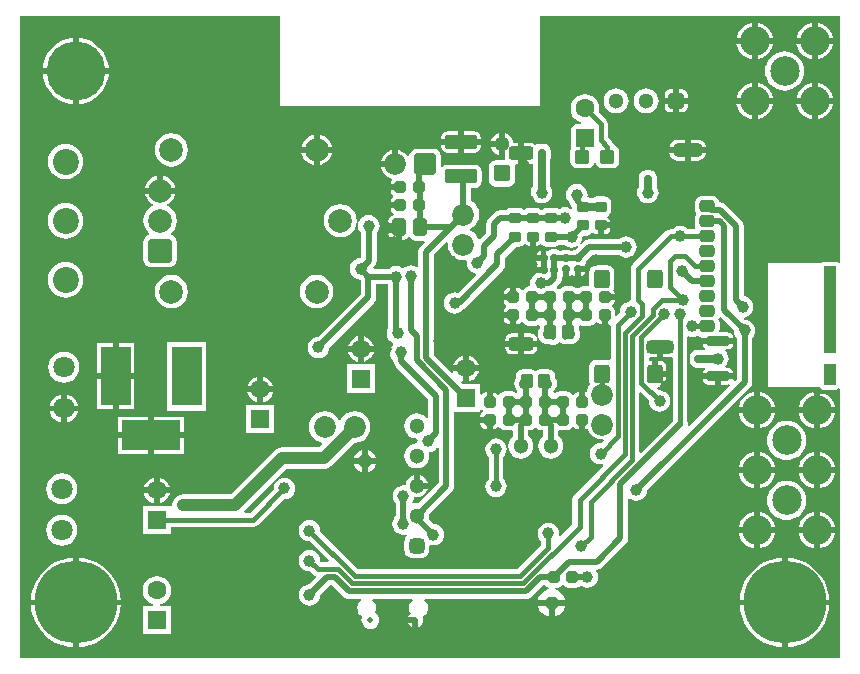
<source format=gbl>
%FSLAX44Y44*%
%MOMM*%
G71*
G01*
G75*
G04 Layer_Physical_Order=2*
G04 Layer_Color=16711680*
G04:AMPARAMS|DCode=10|XSize=0.67mm|YSize=0.67mm|CornerRadius=0.1508mm|HoleSize=0mm|Usage=FLASHONLY|Rotation=90.000|XOffset=0mm|YOffset=0mm|HoleType=Round|Shape=RoundedRectangle|*
%AMROUNDEDRECTD10*
21,1,0.6700,0.3685,0,0,90.0*
21,1,0.3685,0.6700,0,0,90.0*
1,1,0.3015,0.1843,0.1843*
1,1,0.3015,0.1843,-0.1843*
1,1,0.3015,-0.1843,-0.1843*
1,1,0.3015,-0.1843,0.1843*
%
%ADD10ROUNDEDRECTD10*%
G04:AMPARAMS|DCode=11|XSize=0.67mm|YSize=0.67mm|CornerRadius=0.1508mm|HoleSize=0mm|Usage=FLASHONLY|Rotation=180.000|XOffset=0mm|YOffset=0mm|HoleType=Round|Shape=RoundedRectangle|*
%AMROUNDEDRECTD11*
21,1,0.6700,0.3685,0,0,180.0*
21,1,0.3685,0.6700,0,0,180.0*
1,1,0.3015,-0.1843,0.1843*
1,1,0.3015,0.1843,0.1843*
1,1,0.3015,0.1843,-0.1843*
1,1,0.3015,-0.1843,-0.1843*
%
%ADD11ROUNDEDRECTD11*%
G04:AMPARAMS|DCode=12|XSize=1.1mm|YSize=0.6mm|CornerRadius=0.201mm|HoleSize=0mm|Usage=FLASHONLY|Rotation=270.000|XOffset=0mm|YOffset=0mm|HoleType=Round|Shape=RoundedRectangle|*
%AMROUNDEDRECTD12*
21,1,1.1000,0.1980,0,0,270.0*
21,1,0.6980,0.6000,0,0,270.0*
1,1,0.4020,-0.0990,-0.3490*
1,1,0.4020,-0.0990,0.3490*
1,1,0.4020,0.0990,0.3490*
1,1,0.4020,0.0990,-0.3490*
%
%ADD12ROUNDEDRECTD12*%
G04:AMPARAMS|DCode=13|XSize=2.5mm|YSize=2mm|CornerRadius=0.25mm|HoleSize=0mm|Usage=FLASHONLY|Rotation=270.000|XOffset=0mm|YOffset=0mm|HoleType=Round|Shape=RoundedRectangle|*
%AMROUNDEDRECTD13*
21,1,2.5000,1.5000,0,0,270.0*
21,1,2.0000,2.0000,0,0,270.0*
1,1,0.5000,-0.7500,-1.0000*
1,1,0.5000,-0.7500,1.0000*
1,1,0.5000,0.7500,1.0000*
1,1,0.5000,0.7500,-1.0000*
%
%ADD13ROUNDEDRECTD13*%
G04:AMPARAMS|DCode=14|XSize=2.7mm|YSize=1.2mm|CornerRadius=0.21mm|HoleSize=0mm|Usage=FLASHONLY|Rotation=0.000|XOffset=0mm|YOffset=0mm|HoleType=Round|Shape=RoundedRectangle|*
%AMROUNDEDRECTD14*
21,1,2.7000,0.7800,0,0,0.0*
21,1,2.2800,1.2000,0,0,0.0*
1,1,0.4200,1.1400,-0.3900*
1,1,0.4200,-1.1400,-0.3900*
1,1,0.4200,-1.1400,0.3900*
1,1,0.4200,1.1400,0.3900*
%
%ADD14ROUNDEDRECTD14*%
G04:AMPARAMS|DCode=15|XSize=1.05mm|YSize=0.65mm|CornerRadius=0.2015mm|HoleSize=0mm|Usage=FLASHONLY|Rotation=90.000|XOffset=0mm|YOffset=0mm|HoleType=Round|Shape=RoundedRectangle|*
%AMROUNDEDRECTD15*
21,1,1.0500,0.2470,0,0,90.0*
21,1,0.6470,0.6500,0,0,90.0*
1,1,0.4030,0.1235,0.3235*
1,1,0.4030,0.1235,-0.3235*
1,1,0.4030,-0.1235,-0.3235*
1,1,0.4030,-0.1235,0.3235*
%
%ADD15ROUNDEDRECTD15*%
G04:AMPARAMS|DCode=16|XSize=2.5mm|YSize=2mm|CornerRadius=0.2mm|HoleSize=0mm|Usage=FLASHONLY|Rotation=90.000|XOffset=0mm|YOffset=0mm|HoleType=Round|Shape=RoundedRectangle|*
%AMROUNDEDRECTD16*
21,1,2.5000,1.6000,0,0,90.0*
21,1,2.1000,2.0000,0,0,90.0*
1,1,0.4000,0.8000,1.0500*
1,1,0.4000,0.8000,-1.0500*
1,1,0.4000,-0.8000,-1.0500*
1,1,0.4000,-0.8000,1.0500*
%
%ADD16ROUNDEDRECTD16*%
G04:AMPARAMS|DCode=17|XSize=2.3mm|YSize=0.5mm|CornerRadius=0.2mm|HoleSize=0mm|Usage=FLASHONLY|Rotation=90.000|XOffset=0mm|YOffset=0mm|HoleType=Round|Shape=RoundedRectangle|*
%AMROUNDEDRECTD17*
21,1,2.3000,0.1000,0,0,90.0*
21,1,1.9000,0.5000,0,0,90.0*
1,1,0.4000,0.0500,0.9500*
1,1,0.4000,0.0500,-0.9500*
1,1,0.4000,-0.0500,-0.9500*
1,1,0.4000,-0.0500,0.9500*
%
%ADD17ROUNDEDRECTD17*%
G04:AMPARAMS|DCode=18|XSize=1.1mm|YSize=0.6mm|CornerRadius=0.201mm|HoleSize=0mm|Usage=FLASHONLY|Rotation=180.000|XOffset=0mm|YOffset=0mm|HoleType=Round|Shape=RoundedRectangle|*
%AMROUNDEDRECTD18*
21,1,1.1000,0.1980,0,0,180.0*
21,1,0.6980,0.6000,0,0,180.0*
1,1,0.4020,-0.3490,0.0990*
1,1,0.4020,0.3490,0.0990*
1,1,0.4020,0.3490,-0.0990*
1,1,0.4020,-0.3490,-0.0990*
%
%ADD18ROUNDEDRECTD18*%
G04:AMPARAMS|DCode=19|XSize=1mm|YSize=0.95mm|CornerRadius=0.1995mm|HoleSize=0mm|Usage=FLASHONLY|Rotation=270.000|XOffset=0mm|YOffset=0mm|HoleType=Round|Shape=RoundedRectangle|*
%AMROUNDEDRECTD19*
21,1,1.0000,0.5510,0,0,270.0*
21,1,0.6010,0.9500,0,0,270.0*
1,1,0.3990,-0.2755,-0.3005*
1,1,0.3990,-0.2755,0.3005*
1,1,0.3990,0.2755,0.3005*
1,1,0.3990,0.2755,-0.3005*
%
%ADD19ROUNDEDRECTD19*%
%ADD20R,0.4000X1.4000*%
G04:AMPARAMS|DCode=21|XSize=1.8mm|YSize=1.9mm|CornerRadius=0.45mm|HoleSize=0mm|Usage=FLASHONLY|Rotation=0.000|XOffset=0mm|YOffset=0mm|HoleType=Round|Shape=RoundedRectangle|*
%AMROUNDEDRECTD21*
21,1,1.8000,1.0000,0,0,0.0*
21,1,0.9000,1.9000,0,0,0.0*
1,1,0.9000,0.4500,-0.5000*
1,1,0.9000,-0.4500,-0.5000*
1,1,0.9000,-0.4500,0.5000*
1,1,0.9000,0.4500,0.5000*
%
%ADD21ROUNDEDRECTD21*%
G04:AMPARAMS|DCode=22|XSize=0.7mm|YSize=1mm|CornerRadius=0.175mm|HoleSize=0mm|Usage=FLASHONLY|Rotation=180.000|XOffset=0mm|YOffset=0mm|HoleType=Round|Shape=RoundedRectangle|*
%AMROUNDEDRECTD22*
21,1,0.7000,0.6500,0,0,180.0*
21,1,0.3500,1.0000,0,0,180.0*
1,1,0.3500,-0.1750,0.3250*
1,1,0.3500,0.1750,0.3250*
1,1,0.3500,0.1750,-0.3250*
1,1,0.3500,-0.1750,-0.3250*
%
%ADD22ROUNDEDRECTD22*%
G04:AMPARAMS|DCode=23|XSize=0.8mm|YSize=2mm|CornerRadius=0.2mm|HoleSize=0mm|Usage=FLASHONLY|Rotation=180.000|XOffset=0mm|YOffset=0mm|HoleType=Round|Shape=RoundedRectangle|*
%AMROUNDEDRECTD23*
21,1,0.8000,1.6000,0,0,180.0*
21,1,0.4000,2.0000,0,0,180.0*
1,1,0.4000,-0.2000,0.8000*
1,1,0.4000,0.2000,0.8000*
1,1,0.4000,0.2000,-0.8000*
1,1,0.4000,-0.2000,-0.8000*
%
%ADD23ROUNDEDRECTD23*%
G04:AMPARAMS|DCode=24|XSize=1mm|YSize=0.9mm|CornerRadius=0.198mm|HoleSize=0mm|Usage=FLASHONLY|Rotation=180.000|XOffset=0mm|YOffset=0mm|HoleType=Round|Shape=RoundedRectangle|*
%AMROUNDEDRECTD24*
21,1,1.0000,0.5040,0,0,180.0*
21,1,0.6040,0.9000,0,0,180.0*
1,1,0.3960,-0.3020,0.2520*
1,1,0.3960,0.3020,0.2520*
1,1,0.3960,0.3020,-0.2520*
1,1,0.3960,-0.3020,-0.2520*
%
%ADD24ROUNDEDRECTD24*%
G04:AMPARAMS|DCode=25|XSize=1.05mm|YSize=0.65mm|CornerRadius=0.2015mm|HoleSize=0mm|Usage=FLASHONLY|Rotation=0.000|XOffset=0mm|YOffset=0mm|HoleType=Round|Shape=RoundedRectangle|*
%AMROUNDEDRECTD25*
21,1,1.0500,0.2470,0,0,0.0*
21,1,0.6470,0.6500,0,0,0.0*
1,1,0.4030,0.3235,-0.1235*
1,1,0.4030,-0.3235,-0.1235*
1,1,0.4030,-0.3235,0.1235*
1,1,0.4030,0.3235,0.1235*
%
%ADD25ROUNDEDRECTD25*%
G04:AMPARAMS|DCode=26|XSize=2.5mm|YSize=1.7mm|CornerRadius=0.204mm|HoleSize=0mm|Usage=FLASHONLY|Rotation=0.000|XOffset=0mm|YOffset=0mm|HoleType=Round|Shape=RoundedRectangle|*
%AMROUNDEDRECTD26*
21,1,2.5000,1.2920,0,0,0.0*
21,1,2.0920,1.7000,0,0,0.0*
1,1,0.4080,1.0460,-0.6460*
1,1,0.4080,-1.0460,-0.6460*
1,1,0.4080,-1.0460,0.6460*
1,1,0.4080,1.0460,0.6460*
%
%ADD26ROUNDEDRECTD26*%
G04:AMPARAMS|DCode=27|XSize=5.2mm|YSize=2mm|CornerRadius=0.25mm|HoleSize=0mm|Usage=FLASHONLY|Rotation=180.000|XOffset=0mm|YOffset=0mm|HoleType=Round|Shape=RoundedRectangle|*
%AMROUNDEDRECTD27*
21,1,5.2000,1.5000,0,0,180.0*
21,1,4.7000,2.0000,0,0,180.0*
1,1,0.5000,-2.3500,0.7500*
1,1,0.5000,2.3500,0.7500*
1,1,0.5000,2.3500,-0.7500*
1,1,0.5000,-2.3500,-0.7500*
%
%ADD27ROUNDEDRECTD27*%
G04:AMPARAMS|DCode=28|XSize=0.65mm|YSize=0.35mm|CornerRadius=0.0735mm|HoleSize=0mm|Usage=FLASHONLY|Rotation=0.000|XOffset=0mm|YOffset=0mm|HoleType=Round|Shape=RoundedRectangle|*
%AMROUNDEDRECTD28*
21,1,0.6500,0.2030,0,0,0.0*
21,1,0.5030,0.3500,0,0,0.0*
1,1,0.1470,0.2515,-0.1015*
1,1,0.1470,-0.2515,-0.1015*
1,1,0.1470,-0.2515,0.1015*
1,1,0.1470,0.2515,0.1015*
%
%ADD28ROUNDEDRECTD28*%
G04:AMPARAMS|DCode=29|XSize=0.62mm|YSize=0.62mm|CornerRadius=0.1488mm|HoleSize=0mm|Usage=FLASHONLY|Rotation=0.000|XOffset=0mm|YOffset=0mm|HoleType=Round|Shape=RoundedRectangle|*
%AMROUNDEDRECTD29*
21,1,0.6200,0.3224,0,0,0.0*
21,1,0.3224,0.6200,0,0,0.0*
1,1,0.2976,0.1612,-0.1612*
1,1,0.2976,-0.1612,-0.1612*
1,1,0.2976,-0.1612,0.1612*
1,1,0.2976,0.1612,0.1612*
%
%ADD29ROUNDEDRECTD29*%
G04:AMPARAMS|DCode=30|XSize=0.3mm|YSize=0.25mm|CornerRadius=0.0525mm|HoleSize=0mm|Usage=FLASHONLY|Rotation=0.000|XOffset=0mm|YOffset=0mm|HoleType=Round|Shape=RoundedRectangle|*
%AMROUNDEDRECTD30*
21,1,0.3000,0.1450,0,0,0.0*
21,1,0.1950,0.2500,0,0,0.0*
1,1,0.1050,0.0975,-0.0725*
1,1,0.1050,-0.0975,-0.0725*
1,1,0.1050,-0.0975,0.0725*
1,1,0.1050,0.0975,0.0725*
%
%ADD30ROUNDEDRECTD30*%
%ADD31O,1.5500X0.6000*%
G04:AMPARAMS|DCode=32|XSize=0.62mm|YSize=0.62mm|CornerRadius=0.1488mm|HoleSize=0mm|Usage=FLASHONLY|Rotation=270.000|XOffset=0mm|YOffset=0mm|HoleType=Round|Shape=RoundedRectangle|*
%AMROUNDEDRECTD32*
21,1,0.6200,0.3224,0,0,270.0*
21,1,0.3224,0.6200,0,0,270.0*
1,1,0.2976,-0.1612,-0.1612*
1,1,0.2976,-0.1612,0.1612*
1,1,0.2976,0.1612,0.1612*
1,1,0.2976,0.1612,-0.1612*
%
%ADD32ROUNDEDRECTD32*%
G04:AMPARAMS|DCode=33|XSize=1mm|YSize=0.95mm|CornerRadius=0.1995mm|HoleSize=0mm|Usage=FLASHONLY|Rotation=0.000|XOffset=0mm|YOffset=0mm|HoleType=Round|Shape=RoundedRectangle|*
%AMROUNDEDRECTD33*
21,1,1.0000,0.5510,0,0,0.0*
21,1,0.6010,0.9500,0,0,0.0*
1,1,0.3990,0.3005,-0.2755*
1,1,0.3990,-0.3005,-0.2755*
1,1,0.3990,-0.3005,0.2755*
1,1,0.3990,0.3005,0.2755*
%
%ADD33ROUNDEDRECTD33*%
%ADD34O,0.6000X1.5500*%
G04:AMPARAMS|DCode=35|XSize=3.3mm|YSize=1.65mm|CornerRadius=0.198mm|HoleSize=0mm|Usage=FLASHONLY|Rotation=90.000|XOffset=0mm|YOffset=0mm|HoleType=Round|Shape=RoundedRectangle|*
%AMROUNDEDRECTD35*
21,1,3.3000,1.2540,0,0,90.0*
21,1,2.9040,1.6500,0,0,90.0*
1,1,0.3960,0.6270,1.4520*
1,1,0.3960,0.6270,-1.4520*
1,1,0.3960,-0.6270,-1.4520*
1,1,0.3960,-0.6270,1.4520*
%
%ADD35ROUNDEDRECTD35*%
G04:AMPARAMS|DCode=36|XSize=1mm|YSize=0.9mm|CornerRadius=0.198mm|HoleSize=0mm|Usage=FLASHONLY|Rotation=270.000|XOffset=0mm|YOffset=0mm|HoleType=Round|Shape=RoundedRectangle|*
%AMROUNDEDRECTD36*
21,1,1.0000,0.5040,0,0,270.0*
21,1,0.6040,0.9000,0,0,270.0*
1,1,0.3960,-0.2520,-0.3020*
1,1,0.3960,-0.2520,0.3020*
1,1,0.3960,0.2520,0.3020*
1,1,0.3960,0.2520,-0.3020*
%
%ADD36ROUNDEDRECTD36*%
G04:AMPARAMS|DCode=37|XSize=1.2mm|YSize=2mm|CornerRadius=0.3mm|HoleSize=0mm|Usage=FLASHONLY|Rotation=90.000|XOffset=0mm|YOffset=0mm|HoleType=Round|Shape=RoundedRectangle|*
%AMROUNDEDRECTD37*
21,1,1.2000,1.4000,0,0,90.0*
21,1,0.6000,2.0000,0,0,90.0*
1,1,0.6000,0.7000,0.3000*
1,1,0.6000,0.7000,-0.3000*
1,1,0.6000,-0.7000,-0.3000*
1,1,0.6000,-0.7000,0.3000*
%
%ADD37ROUNDEDRECTD37*%
G04:AMPARAMS|DCode=38|XSize=1.2mm|YSize=1.2mm|CornerRadius=0.198mm|HoleSize=0mm|Usage=FLASHONLY|Rotation=90.000|XOffset=0mm|YOffset=0mm|HoleType=Round|Shape=RoundedRectangle|*
%AMROUNDEDRECTD38*
21,1,1.2000,0.8040,0,0,90.0*
21,1,0.8040,1.2000,0,0,90.0*
1,1,0.3960,0.4020,0.4020*
1,1,0.3960,0.4020,-0.4020*
1,1,0.3960,-0.4020,-0.4020*
1,1,0.3960,-0.4020,0.4020*
%
%ADD38ROUNDEDRECTD38*%
G04:AMPARAMS|DCode=39|XSize=1.45mm|YSize=0.95mm|CornerRadius=0.1995mm|HoleSize=0mm|Usage=FLASHONLY|Rotation=90.000|XOffset=0mm|YOffset=0mm|HoleType=Round|Shape=RoundedRectangle|*
%AMROUNDEDRECTD39*
21,1,1.4500,0.5510,0,0,90.0*
21,1,1.0510,0.9500,0,0,90.0*
1,1,0.3990,0.2755,0.5255*
1,1,0.3990,0.2755,-0.5255*
1,1,0.3990,-0.2755,-0.5255*
1,1,0.3990,-0.2755,0.5255*
%
%ADD39ROUNDEDRECTD39*%
G04:AMPARAMS|DCode=40|XSize=0.3mm|YSize=0.65mm|CornerRadius=0.0495mm|HoleSize=0mm|Usage=FLASHONLY|Rotation=90.000|XOffset=0mm|YOffset=0mm|HoleType=Round|Shape=RoundedRectangle|*
%AMROUNDEDRECTD40*
21,1,0.3000,0.5510,0,0,90.0*
21,1,0.2010,0.6500,0,0,90.0*
1,1,0.0990,0.2755,0.1005*
1,1,0.0990,0.2755,-0.1005*
1,1,0.0990,-0.2755,-0.1005*
1,1,0.0990,-0.2755,0.1005*
%
%ADD40ROUNDEDRECTD40*%
G04:AMPARAMS|DCode=41|XSize=0.5mm|YSize=0.21mm|CornerRadius=0.0347mm|HoleSize=0mm|Usage=FLASHONLY|Rotation=90.000|XOffset=0mm|YOffset=0mm|HoleType=Round|Shape=RoundedRectangle|*
%AMROUNDEDRECTD41*
21,1,0.5000,0.1407,0,0,90.0*
21,1,0.4307,0.2100,0,0,90.0*
1,1,0.0693,0.0704,0.2154*
1,1,0.0693,0.0704,-0.2154*
1,1,0.0693,-0.0704,-0.2154*
1,1,0.0693,-0.0704,0.2154*
%
%ADD41ROUNDEDRECTD41*%
G04:AMPARAMS|DCode=42|XSize=0.7mm|YSize=1.5mm|CornerRadius=0.175mm|HoleSize=0mm|Usage=FLASHONLY|Rotation=0.000|XOffset=0mm|YOffset=0mm|HoleType=Round|Shape=RoundedRectangle|*
%AMROUNDEDRECTD42*
21,1,0.7000,1.1500,0,0,0.0*
21,1,0.3500,1.5000,0,0,0.0*
1,1,0.3500,0.1750,-0.5750*
1,1,0.3500,-0.1750,-0.5750*
1,1,0.3500,-0.1750,0.5750*
1,1,0.3500,0.1750,0.5750*
%
%ADD42ROUNDEDRECTD42*%
%ADD43O,2.5000X0.5000*%
%ADD44O,0.5000X2.5000*%
%ADD45O,1.8000X0.8000*%
%ADD46O,2.5000X1.0000*%
G04:AMPARAMS|DCode=47|XSize=0.8mm|YSize=2mm|CornerRadius=0.2mm|HoleSize=0mm|Usage=FLASHONLY|Rotation=270.000|XOffset=0mm|YOffset=0mm|HoleType=Round|Shape=RoundedRectangle|*
%AMROUNDEDRECTD47*
21,1,0.8000,1.6000,0,0,270.0*
21,1,0.4000,2.0000,0,0,270.0*
1,1,0.4000,-0.8000,-0.2000*
1,1,0.4000,-0.8000,0.2000*
1,1,0.4000,0.8000,0.2000*
1,1,0.4000,0.8000,-0.2000*
%
%ADD47ROUNDEDRECTD47*%
G04:AMPARAMS|DCode=48|XSize=0.7mm|YSize=1mm|CornerRadius=0.175mm|HoleSize=0mm|Usage=FLASHONLY|Rotation=90.000|XOffset=0mm|YOffset=0mm|HoleType=Round|Shape=RoundedRectangle|*
%AMROUNDEDRECTD48*
21,1,0.7000,0.6500,0,0,90.0*
21,1,0.3500,1.0000,0,0,90.0*
1,1,0.3500,0.3250,0.1750*
1,1,0.3500,0.3250,-0.1750*
1,1,0.3500,-0.3250,-0.1750*
1,1,0.3500,-0.3250,0.1750*
%
%ADD48ROUNDEDRECTD48*%
%ADD49O,0.7000X2.5000*%
%ADD50O,2.5000X0.7000*%
%ADD51C,0.5000*%
%ADD52C,0.4000*%
%ADD53C,0.7000*%
%ADD54C,0.2500*%
%ADD55C,0.2000*%
%ADD56C,0.3000*%
%ADD57C,1.0000*%
%ADD58C,0.6000*%
%ADD59C,0.8000*%
%ADD60C,0.9000*%
%ADD61C,1.8000*%
G04:AMPARAMS|DCode=62|XSize=1.3mm|YSize=1.3mm|CornerRadius=0.1625mm|HoleSize=0mm|Usage=FLASHONLY|Rotation=0.000|XOffset=0mm|YOffset=0mm|HoleType=Round|Shape=RoundedRectangle|*
%AMROUNDEDRECTD62*
21,1,1.3000,0.9750,0,0,0.0*
21,1,0.9750,1.3000,0,0,0.0*
1,1,0.3250,0.4875,-0.4875*
1,1,0.3250,-0.4875,-0.4875*
1,1,0.3250,-0.4875,0.4875*
1,1,0.3250,0.4875,0.4875*
%
%ADD62ROUNDEDRECTD62*%
%ADD63C,1.3000*%
%ADD64C,7.0000*%
%ADD65C,0.1000*%
%ADD66C,0.5000*%
G04:AMPARAMS|DCode=67|XSize=2mm|YSize=2mm|CornerRadius=0.25mm|HoleSize=0mm|Usage=FLASHONLY|Rotation=90.000|XOffset=0mm|YOffset=0mm|HoleType=Round|Shape=RoundedRectangle|*
%AMROUNDEDRECTD67*
21,1,2.0000,1.5000,0,0,90.0*
21,1,1.5000,2.0000,0,0,90.0*
1,1,0.5000,0.7500,0.7500*
1,1,0.5000,0.7500,-0.7500*
1,1,0.5000,-0.7500,-0.7500*
1,1,0.5000,-0.7500,0.7500*
%
%ADD67ROUNDEDRECTD67*%
%ADD68C,2.0000*%
%ADD69C,2.5000*%
G04:AMPARAMS|DCode=70|XSize=1.85mm|YSize=1.85mm|CornerRadius=0.2313mm|HoleSize=0mm|Usage=FLASHONLY|Rotation=0.000|XOffset=0mm|YOffset=0mm|HoleType=Round|Shape=RoundedRectangle|*
%AMROUNDEDRECTD70*
21,1,1.8500,1.3875,0,0,0.0*
21,1,1.3875,1.8500,0,0,0.0*
1,1,0.4625,0.6937,-0.6937*
1,1,0.4625,-0.6937,-0.6937*
1,1,0.4625,-0.6937,0.6937*
1,1,0.4625,0.6937,0.6937*
%
%ADD70ROUNDEDRECTD70*%
%ADD71C,1.8500*%
%ADD72C,1.6000*%
%ADD73R,1.6000X1.6000*%
G04:AMPARAMS|DCode=74|XSize=1.3mm|YSize=1.3mm|CornerRadius=0.325mm|HoleSize=0mm|Usage=FLASHONLY|Rotation=90.000|XOffset=0mm|YOffset=0mm|HoleType=Round|Shape=RoundedRectangle|*
%AMROUNDEDRECTD74*
21,1,1.3000,0.6500,0,0,90.0*
21,1,0.6500,1.3000,0,0,90.0*
1,1,0.6500,0.3250,0.3250*
1,1,0.6500,0.3250,-0.3250*
1,1,0.6500,-0.3250,-0.3250*
1,1,0.6500,-0.3250,0.3250*
%
%ADD74ROUNDEDRECTD74*%
%ADD75R,2.5000X5.0000*%
%ADD76R,5.0000X2.5000*%
G04:AMPARAMS|DCode=77|XSize=1mm|YSize=1mm|CornerRadius=0.25mm|HoleSize=0mm|Usage=FLASHONLY|Rotation=0.000|XOffset=0mm|YOffset=0mm|HoleType=Round|Shape=RoundedRectangle|*
%AMROUNDEDRECTD77*
21,1,1.0000,0.5000,0,0,0.0*
21,1,0.5000,1.0000,0,0,0.0*
1,1,0.5000,0.2500,-0.2500*
1,1,0.5000,-0.2500,-0.2500*
1,1,0.5000,-0.2500,0.2500*
1,1,0.5000,0.2500,0.2500*
%
%ADD77ROUNDEDRECTD77*%
%ADD78C,2.2000*%
G04:AMPARAMS|DCode=79|XSize=1.6mm|YSize=1.6mm|CornerRadius=0.2mm|HoleSize=0mm|Usage=FLASHONLY|Rotation=90.000|XOffset=0mm|YOffset=0mm|HoleType=Round|Shape=RoundedRectangle|*
%AMROUNDEDRECTD79*
21,1,1.6000,1.2000,0,0,90.0*
21,1,1.2000,1.6000,0,0,90.0*
1,1,0.4000,0.6000,0.6000*
1,1,0.4000,0.6000,-0.6000*
1,1,0.4000,-0.6000,-0.6000*
1,1,0.4000,-0.6000,0.6000*
%
%ADD79ROUNDEDRECTD79*%
G04:AMPARAMS|DCode=80|XSize=1.4mm|YSize=1.4mm|CornerRadius=0.175mm|HoleSize=0mm|Usage=FLASHONLY|Rotation=90.000|XOffset=0mm|YOffset=0mm|HoleType=Round|Shape=RoundedRectangle|*
%AMROUNDEDRECTD80*
21,1,1.4000,1.0500,0,0,90.0*
21,1,1.0500,1.4000,0,0,90.0*
1,1,0.3500,0.5250,0.5250*
1,1,0.3500,0.5250,-0.5250*
1,1,0.3500,-0.5250,-0.5250*
1,1,0.3500,-0.5250,0.5250*
%
%ADD80ROUNDEDRECTD80*%
%ADD81C,1.0000*%
%ADD82C,0.6000*%
G04:AMPARAMS|DCode=83|XSize=1.15mm|YSize=2.1mm|CornerRadius=0.2875mm|HoleSize=0mm|Usage=FLASHONLY|Rotation=90.000|XOffset=0mm|YOffset=0mm|HoleType=Round|Shape=RoundedRectangle|*
%AMROUNDEDRECTD83*
21,1,1.1500,1.5250,0,0,90.0*
21,1,0.5750,2.1000,0,0,90.0*
1,1,0.5750,0.7625,0.2875*
1,1,0.5750,0.7625,-0.2875*
1,1,0.5750,-0.7625,-0.2875*
1,1,0.5750,-0.7625,0.2875*
%
%ADD83ROUNDEDRECTD83*%
G04:AMPARAMS|DCode=84|XSize=2.5mm|YSize=1.15mm|CornerRadius=0.3852mm|HoleSize=0mm|Usage=FLASHONLY|Rotation=0.000|XOffset=0mm|YOffset=0mm|HoleType=Round|Shape=RoundedRectangle|*
%AMROUNDEDRECTD84*
21,1,2.5000,0.3795,0,0,0.0*
21,1,1.7295,1.1500,0,0,0.0*
1,1,0.7705,0.8648,-0.1898*
1,1,0.7705,-0.8648,-0.1898*
1,1,0.7705,-0.8648,0.1898*
1,1,0.7705,0.8648,0.1898*
%
%ADD84ROUNDEDRECTD84*%
G04:AMPARAMS|DCode=85|XSize=1.3mm|YSize=1mm|CornerRadius=0.25mm|HoleSize=0mm|Usage=FLASHONLY|Rotation=0.000|XOffset=0mm|YOffset=0mm|HoleType=Round|Shape=RoundedRectangle|*
%AMROUNDEDRECTD85*
21,1,1.3000,0.5000,0,0,0.0*
21,1,0.8000,1.0000,0,0,0.0*
1,1,0.5000,0.4000,-0.2500*
1,1,0.5000,-0.4000,-0.2500*
1,1,0.5000,-0.4000,0.2500*
1,1,0.5000,0.4000,0.2500*
%
%ADD85ROUNDEDRECTD85*%
G04:AMPARAMS|DCode=86|XSize=2.35mm|YSize=1.15mm|CornerRadius=0.3852mm|HoleSize=0mm|Usage=FLASHONLY|Rotation=0.000|XOffset=0mm|YOffset=0mm|HoleType=Round|Shape=RoundedRectangle|*
%AMROUNDEDRECTD86*
21,1,2.3500,0.3795,0,0,0.0*
21,1,1.5795,1.1500,0,0,0.0*
1,1,0.7705,0.7897,-0.1898*
1,1,0.7705,-0.7897,-0.1898*
1,1,0.7705,-0.7897,0.1898*
1,1,0.7705,0.7897,0.1898*
%
%ADD86ROUNDEDRECTD86*%
G04:AMPARAMS|DCode=87|XSize=1mm|YSize=1.2mm|CornerRadius=0.165mm|HoleSize=0mm|Usage=FLASHONLY|Rotation=180.000|XOffset=0mm|YOffset=0mm|HoleType=Round|Shape=RoundedRectangle|*
%AMROUNDEDRECTD87*
21,1,1.0000,0.8700,0,0,180.0*
21,1,0.6700,1.2000,0,0,180.0*
1,1,0.3300,-0.3350,0.4350*
1,1,0.3300,0.3350,0.4350*
1,1,0.3300,0.3350,-0.4350*
1,1,0.3300,-0.3350,-0.4350*
%
%ADD87ROUNDEDRECTD87*%
G04:AMPARAMS|DCode=88|XSize=1.6mm|YSize=1.3mm|CornerRadius=0.2015mm|HoleSize=0mm|Usage=FLASHONLY|Rotation=90.000|XOffset=0mm|YOffset=0mm|HoleType=Round|Shape=RoundedRectangle|*
%AMROUNDEDRECTD88*
21,1,1.6000,0.8970,0,0,90.0*
21,1,1.1970,1.3000,0,0,90.0*
1,1,0.4030,0.4485,0.5985*
1,1,0.4030,0.4485,-0.5985*
1,1,0.4030,-0.4485,-0.5985*
1,1,0.4030,-0.4485,0.5985*
%
%ADD88ROUNDEDRECTD88*%
G04:AMPARAMS|DCode=89|XSize=0.7mm|YSize=2.5mm|CornerRadius=0.175mm|HoleSize=0mm|Usage=FLASHONLY|Rotation=180.000|XOffset=0mm|YOffset=0mm|HoleType=Round|Shape=RoundedRectangle|*
%AMROUNDEDRECTD89*
21,1,0.7000,2.1500,0,0,180.0*
21,1,0.3500,2.5000,0,0,180.0*
1,1,0.3500,-0.1750,1.0750*
1,1,0.3500,0.1750,1.0750*
1,1,0.3500,0.1750,-1.0750*
1,1,0.3500,-0.1750,-1.0750*
%
%ADD89ROUNDEDRECTD89*%
G04:AMPARAMS|DCode=90|XSize=1.45mm|YSize=1.15mm|CornerRadius=0.2013mm|HoleSize=0mm|Usage=FLASHONLY|Rotation=90.000|XOffset=0mm|YOffset=0mm|HoleType=Round|Shape=RoundedRectangle|*
%AMROUNDEDRECTD90*
21,1,1.4500,0.7475,0,0,90.0*
21,1,1.0475,1.1500,0,0,90.0*
1,1,0.4025,0.3738,0.5238*
1,1,0.4025,0.3738,-0.5238*
1,1,0.4025,-0.3738,-0.5238*
1,1,0.4025,-0.3738,0.5238*
%
%ADD90ROUNDEDRECTD90*%
G04:AMPARAMS|DCode=91|XSize=1.2mm|YSize=1.2mm|CornerRadius=0.198mm|HoleSize=0mm|Usage=FLASHONLY|Rotation=0.000|XOffset=0mm|YOffset=0mm|HoleType=Round|Shape=RoundedRectangle|*
%AMROUNDEDRECTD91*
21,1,1.2000,0.8040,0,0,0.0*
21,1,0.8040,1.2000,0,0,0.0*
1,1,0.3960,0.4020,-0.4020*
1,1,0.3960,-0.4020,-0.4020*
1,1,0.3960,-0.4020,0.4020*
1,1,0.3960,0.4020,0.4020*
%
%ADD91ROUNDEDRECTD91*%
%ADD92C,5.0000*%
G36*
X693300Y235089D02*
X692402Y234191D01*
X683300Y234200D01*
Y252000D01*
X693300D01*
Y235089D01*
D02*
G37*
G36*
X696941Y338462D02*
X695671Y337826D01*
X694861Y338368D01*
X693300Y338678D01*
X683300D01*
X681739Y338368D01*
X680416Y337484D01*
X680176Y337124D01*
X637070D01*
X637070Y337124D01*
X635960Y337124D01*
X635956Y337124D01*
X635813Y337124D01*
X635800Y337124D01*
X635800Y337124D01*
X635800Y337123D01*
X635800Y336548D01*
X635800Y335920D01*
Y335854D01*
Y335854D01*
Y232124D01*
X679876D01*
X679978Y231972D01*
X680413Y231319D01*
X680415Y231318D01*
X680416Y231316D01*
X681080Y230873D01*
X681736Y230434D01*
X681738Y230433D01*
X681739Y230432D01*
X682523Y230276D01*
X683296Y230122D01*
X692398Y230113D01*
X692399Y230113D01*
X692400Y230113D01*
X693163Y230264D01*
X693959Y230422D01*
X693960Y230422D01*
X693960Y230422D01*
X694604Y230852D01*
X695283Y231304D01*
X695283Y231305D01*
X695284Y231306D01*
X695671Y231693D01*
X696941Y231166D01*
Y3059D01*
X3059D01*
Y546941D01*
X222918D01*
Y470500D01*
X442882Y470500D01*
X442922Y546941D01*
X696941D01*
Y338462D01*
D02*
G37*
G36*
X693300Y261000D02*
X683300D01*
Y334600D01*
X693300D01*
Y261000D01*
D02*
G37*
%LPC*%
G36*
X628850Y227979D02*
Y215150D01*
X641679D01*
X641626Y215689D01*
X640740Y218611D01*
X639300Y221303D01*
X637363Y223664D01*
X635003Y225600D01*
X632310Y227040D01*
X629389Y227926D01*
X628850Y227979D01*
D02*
G37*
G36*
X99250Y238999D02*
X86250D01*
Y213499D01*
X99250D01*
Y238999D01*
D02*
G37*
G36*
X623850Y227979D02*
X623312Y227926D01*
X620390Y227040D01*
X617697Y225600D01*
X615337Y223664D01*
X613400Y221303D01*
X611961Y218611D01*
X611074Y215689D01*
X611021Y215150D01*
X623850D01*
Y227979D01*
D02*
G37*
G36*
X37250Y226024D02*
X36617Y225941D01*
X33698Y224732D01*
X31191Y222808D01*
X29268Y220302D01*
X28059Y217383D01*
X27976Y216750D01*
X37250D01*
Y226024D01*
D02*
G37*
G36*
X42250D02*
Y216750D01*
X51524D01*
X51441Y217383D01*
X50232Y220302D01*
X48309Y222808D01*
X45802Y224732D01*
X42883Y225941D01*
X42250Y226024D01*
D02*
G37*
G36*
X674650Y227979D02*
X674112Y227926D01*
X671190Y227040D01*
X668497Y225600D01*
X666137Y223664D01*
X664200Y221303D01*
X662761Y218611D01*
X661874Y215689D01*
X661821Y215150D01*
X674650D01*
Y227979D01*
D02*
G37*
G36*
X679650D02*
Y215150D01*
X692479D01*
X692426Y215689D01*
X691540Y218611D01*
X690100Y221303D01*
X688163Y223664D01*
X685803Y225600D01*
X683111Y227040D01*
X680189Y227926D01*
X679650Y227979D01*
D02*
G37*
G36*
X674650Y210150D02*
X661821D01*
X661874Y209612D01*
X662761Y206690D01*
X664200Y203997D01*
X666137Y201637D01*
X668497Y199700D01*
X671190Y198261D01*
X674112Y197375D01*
X674650Y197322D01*
Y210150D01*
D02*
G37*
G36*
X692479D02*
X679650D01*
Y197322D01*
X680189Y197375D01*
X683111Y198261D01*
X685803Y199700D01*
X688163Y201637D01*
X690100Y203997D01*
X691540Y206690D01*
X692426Y209612D01*
X692479Y210150D01*
D02*
G37*
G36*
X623850D02*
X611021D01*
X611074Y209612D01*
X611961Y206690D01*
X613400Y203997D01*
X615337Y201637D01*
X617697Y199700D01*
X620390Y198261D01*
X623312Y197375D01*
X623850Y197322D01*
Y210150D01*
D02*
G37*
G36*
X641679D02*
X628850D01*
Y197322D01*
X629389Y197375D01*
X632310Y198261D01*
X635003Y199700D01*
X637363Y201637D01*
X639300Y203997D01*
X640740Y206690D01*
X641626Y209612D01*
X641679Y210150D01*
D02*
G37*
G36*
X37250Y211750D02*
X27976D01*
X28059Y211117D01*
X29268Y208198D01*
X31191Y205692D01*
X33698Y203768D01*
X36617Y202559D01*
X37250Y202476D01*
Y211750D01*
D02*
G37*
G36*
X160250Y270499D02*
X127250D01*
Y212499D01*
X160250D01*
Y270499D01*
D02*
G37*
G36*
X81250Y238999D02*
X68250D01*
Y213499D01*
X81250D01*
Y238999D01*
D02*
G37*
G36*
X51524Y211750D02*
X42250D01*
Y202476D01*
X42883Y202559D01*
X45802Y203768D01*
X48309Y205692D01*
X50232Y208198D01*
X51441Y211117D01*
X51524Y211750D01*
D02*
G37*
G36*
X285950Y211864D02*
X282491Y211409D01*
X279268Y210074D01*
X276500Y207950D01*
X274376Y205182D01*
X273885Y203996D01*
X272615D01*
X272124Y205182D01*
X270000Y207950D01*
X267232Y210074D01*
X264009Y211409D01*
X260550Y211864D01*
X257091Y211409D01*
X253868Y210074D01*
X251100Y207950D01*
X248976Y205182D01*
X247641Y201959D01*
X247186Y198500D01*
X247641Y195041D01*
X248976Y191818D01*
X251100Y189050D01*
X253868Y186926D01*
X257091Y185591D01*
X258418Y185416D01*
X258826Y184214D01*
X255890Y181278D01*
X224500D01*
X222150Y180968D01*
X219961Y180061D01*
X218081Y178619D01*
X181040Y141578D01*
X140750D01*
X138400Y141268D01*
X136211Y140361D01*
X134331Y138919D01*
X132889Y137039D01*
X131982Y134850D01*
X131739Y133008D01*
D01*
D01*
X130974Y132046D01*
X130752Y132026D01*
X130520Y132006D01*
X130520D01*
X130509Y132005D01*
X130464Y132001D01*
X130457Y132000D01*
X130457D01*
X130457D01*
X130347D01*
X130001Y132000D01*
X129382D01*
X129382D01*
X129382D01*
X129364Y132000D01*
X129364D01*
X106500D01*
Y108000D01*
X130500D01*
Y113882D01*
X199800D01*
X202141Y114348D01*
X204126Y115674D01*
X226123Y137672D01*
X226500Y137622D01*
X228850Y137932D01*
X231039Y138839D01*
X232919Y140281D01*
X234361Y142161D01*
X235268Y144351D01*
X235578Y146700D01*
X235268Y149050D01*
X234361Y151239D01*
X232919Y153119D01*
X231039Y154562D01*
X228850Y155468D01*
X226500Y155778D01*
X224151Y155468D01*
X221961Y154562D01*
X220081Y153119D01*
X218639Y151239D01*
X217732Y149050D01*
X217422Y146700D01*
X217472Y146323D01*
X197266Y126117D01*
X192915D01*
X192429Y127291D01*
X228260Y163122D01*
X259650D01*
X261999Y163432D01*
X263282Y163963D01*
X264189Y164339D01*
X266069Y165781D01*
X285485Y185197D01*
X285950Y185136D01*
X289409Y185591D01*
X292632Y186926D01*
X295400Y189050D01*
X297524Y191818D01*
X298859Y195041D01*
X299314Y198500D01*
X298859Y201959D01*
X297524Y205182D01*
X295400Y207950D01*
X292632Y210074D01*
X289409Y211409D01*
X285950Y211864D01*
D02*
G37*
G36*
X52500Y87921D02*
Y52500D01*
X87921D01*
X87648Y55963D01*
X86252Y61779D01*
X83963Y67305D01*
X80838Y72405D01*
X76953Y76953D01*
X72405Y80838D01*
X67305Y83963D01*
X61779Y86252D01*
X55963Y87648D01*
X52500Y87921D01*
D02*
G37*
G36*
X47500D02*
X44037Y87648D01*
X38221Y86252D01*
X32695Y83963D01*
X27595Y80838D01*
X23047Y76953D01*
X19162Y72405D01*
X16037Y67305D01*
X13748Y61779D01*
X12352Y55963D01*
X12079Y52500D01*
X47500D01*
Y87921D01*
D02*
G37*
G36*
X99250Y269499D02*
X86250D01*
Y243999D01*
X99250D01*
Y269499D01*
D02*
G37*
G36*
X647500Y87921D02*
X644037Y87648D01*
X638221Y86252D01*
X632695Y83963D01*
X627595Y80838D01*
X623047Y76953D01*
X619162Y72405D01*
X616037Y67305D01*
X613748Y61779D01*
X612352Y55963D01*
X612079Y52500D01*
X647500D01*
Y87921D01*
D02*
G37*
G36*
X464222Y47200D02*
X455200D01*
Y38178D01*
X455767Y38252D01*
X458626Y39436D01*
X461080Y41320D01*
X462964Y43774D01*
X464148Y46633D01*
X464222Y47200D01*
D02*
G37*
G36*
X450200D02*
X441178D01*
X441253Y46633D01*
X442436Y43774D01*
X444320Y41320D01*
X446774Y39436D01*
X449633Y38252D01*
X450200Y38178D01*
Y47200D01*
D02*
G37*
G36*
X288750Y262000D02*
X280484D01*
X280533Y261628D01*
X281642Y258953D01*
X283405Y256655D01*
X285702Y254891D01*
X288378Y253783D01*
X288750Y253734D01*
Y262000D01*
D02*
G37*
G36*
X302016D02*
X293750D01*
Y253734D01*
X294122Y253783D01*
X296798Y254891D01*
X299095Y256655D01*
X300858Y258953D01*
X301967Y261628D01*
X302016Y262000D01*
D02*
G37*
G36*
X81250Y269499D02*
X68250D01*
Y243999D01*
X81250D01*
Y269499D01*
D02*
G37*
G36*
X303250Y251500D02*
X279250D01*
Y227500D01*
X303250D01*
Y251500D01*
D02*
G37*
G36*
X203500Y241266D02*
X203128Y241217D01*
X200453Y240109D01*
X198155Y238345D01*
X196392Y236047D01*
X195283Y233372D01*
X195234Y233000D01*
X203500D01*
Y241266D01*
D02*
G37*
G36*
Y228000D02*
X195234D01*
X195283Y227628D01*
X196392Y224953D01*
X198155Y222655D01*
X200453Y220891D01*
X203128Y219783D01*
X203500Y219734D01*
Y228000D01*
D02*
G37*
G36*
X216766D02*
X208500D01*
Y219734D01*
X208872Y219783D01*
X211547Y220891D01*
X213845Y222655D01*
X215609Y224953D01*
X216717Y227628D01*
X216766Y228000D01*
D02*
G37*
G36*
X39750Y262362D02*
X36356Y261915D01*
X33194Y260605D01*
X30478Y258522D01*
X28395Y255806D01*
X27085Y252644D01*
X26638Y249250D01*
X27085Y245856D01*
X28395Y242694D01*
X30478Y239978D01*
X33194Y237894D01*
X36356Y236585D01*
X39750Y236138D01*
X43144Y236585D01*
X46306Y237894D01*
X49022Y239978D01*
X51105Y242694D01*
X52415Y245856D01*
X52862Y249250D01*
X52415Y252644D01*
X51105Y255806D01*
X49022Y258522D01*
X46306Y260605D01*
X43144Y261915D01*
X39750Y262362D01*
D02*
G37*
G36*
X652500Y87921D02*
Y52500D01*
X687921D01*
X687648Y55963D01*
X686252Y61779D01*
X683963Y67305D01*
X680838Y72405D01*
X676953Y76953D01*
X672405Y80838D01*
X667305Y83963D01*
X661779Y86252D01*
X655963Y87648D01*
X652500Y87921D01*
D02*
G37*
G36*
X208500Y241266D02*
Y233000D01*
X216766D01*
X216717Y233372D01*
X215609Y236047D01*
X213845Y238345D01*
X211547Y240109D01*
X208872Y241217D01*
X208500Y241266D01*
D02*
G37*
G36*
X623850Y108550D02*
X611021D01*
X611074Y108012D01*
X611961Y105090D01*
X613400Y102397D01*
X615337Y100037D01*
X617697Y98100D01*
X620390Y96661D01*
X623312Y95775D01*
X623850Y95722D01*
Y108550D01*
D02*
G37*
G36*
X129266Y142500D02*
X121000D01*
Y134234D01*
X121372Y134283D01*
X124047Y135392D01*
X126345Y137155D01*
X128109Y139453D01*
X129217Y142128D01*
X129266Y142500D01*
D02*
G37*
G36*
X405725Y188853D02*
X403376Y188543D01*
X401186Y187636D01*
X399306Y186194D01*
X397864Y184314D01*
X396957Y182125D01*
X396647Y179775D01*
X396957Y177425D01*
X397864Y175236D01*
X399306Y173356D01*
X399608Y173125D01*
Y154975D01*
X399306Y154744D01*
X397864Y152864D01*
X396957Y150674D01*
X396647Y148325D01*
X396957Y145976D01*
X397864Y143786D01*
X399306Y141906D01*
X401186Y140464D01*
X403376Y139557D01*
X405725Y139247D01*
X408074Y139557D01*
X410264Y140464D01*
X412144Y141906D01*
X413586Y143786D01*
X414493Y145976D01*
X414803Y148325D01*
X414493Y150674D01*
X413586Y152864D01*
X412144Y154744D01*
X411842Y154975D01*
Y173125D01*
X412144Y173356D01*
X413586Y175236D01*
X414493Y177425D01*
X414803Y179775D01*
X414493Y182125D01*
X413586Y184314D01*
X412144Y186194D01*
X410264Y187636D01*
X408074Y188543D01*
X405725Y188853D01*
D02*
G37*
G36*
X38000Y159362D02*
X34606Y158915D01*
X31444Y157605D01*
X28728Y155522D01*
X26644Y152806D01*
X25335Y149644D01*
X24888Y146250D01*
X25335Y142856D01*
X26644Y139694D01*
X28728Y136978D01*
X31444Y134895D01*
X34606Y133585D01*
X38000Y133138D01*
X41394Y133585D01*
X44556Y134895D01*
X47272Y136978D01*
X49356Y139694D01*
X50665Y142856D01*
X51112Y146250D01*
X50665Y149644D01*
X49356Y152806D01*
X47272Y155522D01*
X44556Y157605D01*
X41394Y158915D01*
X38000Y159362D01*
D02*
G37*
G36*
X116000Y142500D02*
X107734D01*
X107783Y142128D01*
X108891Y139453D01*
X110655Y137155D01*
X112953Y135392D01*
X115628Y134283D01*
X116000Y134234D01*
Y142500D01*
D02*
G37*
G36*
X674650Y159350D02*
X661821D01*
X661874Y158812D01*
X662761Y155890D01*
X664200Y153197D01*
X666137Y150837D01*
X668497Y148900D01*
X671190Y147461D01*
X674112Y146575D01*
X674650Y146522D01*
Y159350D01*
D02*
G37*
G36*
X692479D02*
X679650D01*
Y146522D01*
X680189Y146575D01*
X683111Y147461D01*
X685803Y148900D01*
X688163Y150837D01*
X690100Y153197D01*
X691540Y155890D01*
X692426Y158812D01*
X692479Y159350D01*
D02*
G37*
G36*
X623850D02*
X611021D01*
X611074Y158812D01*
X611961Y155890D01*
X613400Y153197D01*
X615337Y150837D01*
X617697Y148900D01*
X620390Y147461D01*
X623312Y146575D01*
X623850Y146522D01*
Y159350D01*
D02*
G37*
G36*
X641679D02*
X628850D01*
Y146522D01*
X629389Y146575D01*
X632310Y147461D01*
X635003Y148900D01*
X637363Y150837D01*
X639300Y153197D01*
X640740Y155890D01*
X641626Y158812D01*
X641679Y159350D01*
D02*
G37*
G36*
X651750Y153030D02*
X648516Y152712D01*
X645405Y151768D01*
X642539Y150236D01*
X640026Y148174D01*
X637965Y145662D01*
X636432Y142795D01*
X635489Y139685D01*
X635170Y136450D01*
X635489Y133216D01*
X636432Y130106D01*
X637965Y127239D01*
X640026Y124727D01*
X642539Y122665D01*
X645405Y121133D01*
X648516Y120189D01*
X651750Y119871D01*
X654985Y120189D01*
X658095Y121133D01*
X660962Y122665D01*
X663474Y124727D01*
X665536Y127239D01*
X667068Y130106D01*
X668011Y133216D01*
X668330Y136450D01*
X668011Y139685D01*
X667068Y142795D01*
X665536Y145662D01*
X663474Y148174D01*
X660962Y150236D01*
X658095Y151768D01*
X654985Y152712D01*
X651750Y153030D01*
D02*
G37*
G36*
X692479Y108550D02*
X679650D01*
Y95722D01*
X680189Y95775D01*
X683111Y96661D01*
X685803Y98100D01*
X688163Y100037D01*
X690100Y102397D01*
X691540Y105090D01*
X692426Y108012D01*
X692479Y108550D01*
D02*
G37*
G36*
X38000Y124362D02*
X34606Y123915D01*
X31444Y122605D01*
X28728Y120522D01*
X26644Y117806D01*
X25335Y114644D01*
X24888Y111250D01*
X25335Y107856D01*
X26644Y104694D01*
X28728Y101978D01*
X31444Y99895D01*
X34606Y98585D01*
X38000Y98138D01*
X41394Y98585D01*
X44556Y99895D01*
X47272Y101978D01*
X49356Y104694D01*
X50665Y107856D01*
X51112Y111250D01*
X50665Y114644D01*
X49356Y117806D01*
X47272Y120522D01*
X44556Y122605D01*
X41394Y123915D01*
X38000Y124362D01*
D02*
G37*
G36*
X641679Y108550D02*
X628850D01*
Y95722D01*
X629389Y95775D01*
X632310Y96661D01*
X635003Y98100D01*
X637363Y100037D01*
X639300Y102397D01*
X640740Y105090D01*
X641626Y108012D01*
X641679Y108550D01*
D02*
G37*
G36*
X674650D02*
X661821D01*
X661874Y108012D01*
X662761Y105090D01*
X664200Y102397D01*
X666137Y100037D01*
X668497Y98100D01*
X671190Y96661D01*
X674112Y95775D01*
X674650Y95722D01*
Y108550D01*
D02*
G37*
G36*
Y126379D02*
X674112Y126326D01*
X671190Y125440D01*
X668497Y124001D01*
X666137Y122064D01*
X664200Y119703D01*
X662761Y117011D01*
X661874Y114089D01*
X661821Y113550D01*
X674650D01*
Y126379D01*
D02*
G37*
G36*
X679650D02*
Y113550D01*
X692479D01*
X692426Y114089D01*
X691540Y117011D01*
X690100Y119703D01*
X688163Y122064D01*
X685803Y124001D01*
X683111Y125440D01*
X680189Y126326D01*
X679650Y126379D01*
D02*
G37*
G36*
X623850D02*
X623312Y126326D01*
X620390Y125440D01*
X617697Y124001D01*
X615337Y122064D01*
X613400Y119703D01*
X611961Y117011D01*
X611074Y114089D01*
X611021Y113550D01*
X623850D01*
Y126379D01*
D02*
G37*
G36*
X628850D02*
Y113550D01*
X641679D01*
X641626Y114089D01*
X640740Y117011D01*
X639300Y119703D01*
X637363Y122064D01*
X635003Y124001D01*
X632310Y125440D01*
X629389Y126326D01*
X628850Y126379D01*
D02*
G37*
G36*
X116000Y155766D02*
X115628Y155717D01*
X112953Y154608D01*
X110655Y152845D01*
X108891Y150547D01*
X107783Y147872D01*
X107734Y147500D01*
X116000D01*
Y155766D01*
D02*
G37*
G36*
X111250Y188999D02*
X85750D01*
Y175999D01*
X111250D01*
Y188999D01*
D02*
G37*
G36*
X141750D02*
X116250D01*
Y175999D01*
X141750D01*
Y188999D01*
D02*
G37*
G36*
X292200Y178947D02*
X289909Y177998D01*
X287925Y176475D01*
X286402Y174491D01*
X285453Y172200D01*
X292200D01*
Y178947D01*
D02*
G37*
G36*
X297200D02*
Y172200D01*
X303947D01*
X302998Y174491D01*
X301476Y176475D01*
X299491Y177998D01*
X297200Y178947D01*
D02*
G37*
G36*
X141750Y206999D02*
X116250D01*
Y193999D01*
X141750D01*
Y206999D01*
D02*
G37*
G36*
X397750Y202250D02*
X392402D01*
Y201745D01*
X392790Y199796D01*
X393894Y198144D01*
X395546Y197040D01*
X397495Y196652D01*
X397750D01*
Y202250D01*
D02*
G37*
G36*
X218000Y217500D02*
X194000D01*
Y193500D01*
X218000D01*
Y217500D01*
D02*
G37*
G36*
X111250Y206999D02*
X85750D01*
Y193999D01*
X111250D01*
Y206999D01*
D02*
G37*
G36*
X651750Y203830D02*
X648516Y203512D01*
X645405Y202568D01*
X642539Y201036D01*
X640026Y198974D01*
X637965Y196462D01*
X636432Y193595D01*
X635489Y190485D01*
X635170Y187250D01*
X635489Y184016D01*
X636432Y180906D01*
X637965Y178039D01*
X640026Y175527D01*
X642539Y173465D01*
X645405Y171933D01*
X648516Y170989D01*
X651750Y170671D01*
X654985Y170989D01*
X658095Y171933D01*
X660962Y173465D01*
X663474Y175527D01*
X665536Y178039D01*
X667068Y180906D01*
X668011Y184016D01*
X668330Y187250D01*
X668011Y190485D01*
X667068Y193595D01*
X665536Y196462D01*
X663474Y198974D01*
X660962Y201036D01*
X658095Y202568D01*
X654985Y203512D01*
X651750Y203830D01*
D02*
G37*
G36*
X292200Y167200D02*
X285453D01*
X286402Y164909D01*
X287925Y162924D01*
X289909Y161402D01*
X292200Y160453D01*
Y167200D01*
D02*
G37*
G36*
X303947D02*
X297200D01*
Y160453D01*
X299491Y161402D01*
X301476Y162924D01*
X302998Y164909D01*
X303947Y167200D01*
D02*
G37*
G36*
X121000Y155766D02*
Y147500D01*
X129266D01*
X129217Y147872D01*
X128109Y150547D01*
X126345Y152845D01*
X124047Y154608D01*
X121372Y155717D01*
X121000Y155766D01*
D02*
G37*
G36*
X341000Y157897D02*
Y151150D01*
X347747D01*
X346798Y153441D01*
X345275Y155426D01*
X343291Y156948D01*
X341000Y157897D01*
D02*
G37*
G36*
X674650Y177179D02*
X674112Y177126D01*
X671190Y176240D01*
X668497Y174800D01*
X666137Y172864D01*
X664200Y170503D01*
X662761Y167811D01*
X661874Y164889D01*
X661821Y164350D01*
X674650D01*
Y177179D01*
D02*
G37*
G36*
X679650D02*
Y164350D01*
X692479D01*
X692426Y164889D01*
X691540Y167811D01*
X690100Y170503D01*
X688163Y172864D01*
X685803Y174800D01*
X683111Y176240D01*
X680189Y177126D01*
X679650Y177179D01*
D02*
G37*
G36*
X623850D02*
X623312Y177126D01*
X620390Y176240D01*
X617697Y174800D01*
X615337Y172864D01*
X613400Y170503D01*
X611961Y167811D01*
X611074Y164889D01*
X611021Y164350D01*
X623850D01*
Y177179D01*
D02*
G37*
G36*
X628850D02*
Y164350D01*
X641679D01*
X641626Y164889D01*
X640740Y167811D01*
X639300Y170503D01*
X637363Y172864D01*
X635003Y174800D01*
X632310Y176240D01*
X629389Y177126D01*
X628850Y177179D01*
D02*
G37*
G36*
X690729Y472100D02*
X677900D01*
Y459271D01*
X678438Y459324D01*
X681360Y460211D01*
X684053Y461650D01*
X686413Y463587D01*
X688350Y465947D01*
X689789Y468640D01*
X690676Y471562D01*
X690729Y472100D01*
D02*
G37*
G36*
X507400Y485391D02*
X504659Y485030D01*
X502105Y483972D01*
X499911Y482289D01*
X498228Y480095D01*
X497170Y477541D01*
X496809Y474800D01*
X497170Y472059D01*
X498228Y469505D01*
X499911Y467311D01*
X502105Y465628D01*
X504659Y464570D01*
X507400Y464209D01*
X510141Y464570D01*
X512695Y465628D01*
X514889Y467311D01*
X516572Y469505D01*
X517630Y472059D01*
X517991Y474800D01*
X517630Y477541D01*
X516572Y480095D01*
X514889Y482289D01*
X512695Y483972D01*
X510141Y485030D01*
X507400Y485391D01*
D02*
G37*
G36*
X639929Y472100D02*
X627100D01*
Y459271D01*
X627639Y459324D01*
X630560Y460211D01*
X633253Y461650D01*
X635613Y463587D01*
X637550Y465947D01*
X638989Y468640D01*
X639876Y471562D01*
X639929Y472100D01*
D02*
G37*
G36*
X672900D02*
X660071D01*
X660124Y471562D01*
X661011Y468640D01*
X662450Y465947D01*
X664387Y463587D01*
X666747Y461650D01*
X669440Y460211D01*
X672362Y459324D01*
X672900Y459271D01*
Y472100D01*
D02*
G37*
G36*
X567791Y472300D02*
X560700D01*
Y465209D01*
X563075D01*
X564880Y465568D01*
X566409Y466591D01*
X567432Y468120D01*
X567791Y469925D01*
Y472300D01*
D02*
G37*
G36*
X47500Y497500D02*
X22110D01*
X22259Y495606D01*
X23288Y491321D01*
X24975Y487249D01*
X27278Y483491D01*
X30140Y480140D01*
X33491Y477277D01*
X37249Y474975D01*
X41321Y473288D01*
X45606Y472259D01*
X47500Y472110D01*
Y497500D01*
D02*
G37*
G36*
X532800Y485391D02*
X530059Y485030D01*
X527505Y483972D01*
X525311Y482289D01*
X523628Y480095D01*
X522570Y477541D01*
X522209Y474800D01*
X522570Y472059D01*
X523628Y469505D01*
X525311Y467311D01*
X527505Y465628D01*
X530059Y464570D01*
X532800Y464209D01*
X535541Y464570D01*
X538095Y465628D01*
X540289Y467311D01*
X541972Y469505D01*
X543030Y472059D01*
X543391Y474800D01*
X543030Y477541D01*
X541972Y480095D01*
X540289Y482289D01*
X538095Y483972D01*
X535541Y485030D01*
X532800Y485391D01*
D02*
G37*
G36*
X555700Y472300D02*
X548609D01*
Y469925D01*
X548968Y468120D01*
X549991Y466591D01*
X551520Y465568D01*
X553325Y465209D01*
X555700D01*
Y472300D01*
D02*
G37*
G36*
X622100Y472100D02*
X609271D01*
X609324Y471562D01*
X610211Y468640D01*
X611650Y465947D01*
X613587Y463587D01*
X615947Y461650D01*
X618640Y460211D01*
X621562Y459324D01*
X622100Y459271D01*
Y472100D01*
D02*
G37*
G36*
X576548Y441809D02*
X570400D01*
Y435500D01*
X583380D01*
X583224Y436686D01*
X582533Y438353D01*
X581435Y439785D01*
X580003Y440883D01*
X578336Y441574D01*
X576548Y441809D01*
D02*
G37*
G36*
X251250Y446033D02*
X250356Y445915D01*
X247194Y444605D01*
X244478Y442522D01*
X242395Y439806D01*
X241085Y436644D01*
X240967Y435750D01*
X251250D01*
Y446033D01*
D02*
G37*
G36*
X392600Y437200D02*
X378500D01*
Y430600D01*
X387400D01*
X389390Y430996D01*
X391077Y432123D01*
X392204Y433810D01*
X392600Y435800D01*
Y437200D01*
D02*
G37*
G36*
X565400Y441809D02*
X559253D01*
X557464Y441574D01*
X555797Y440883D01*
X554365Y439785D01*
X553267Y438353D01*
X552576Y436686D01*
X552420Y435500D01*
X565400D01*
Y441809D01*
D02*
G37*
G36*
X373500Y448800D02*
X364600D01*
X362610Y448404D01*
X360923Y447277D01*
X359796Y445590D01*
X359400Y443600D01*
Y442200D01*
X373500D01*
Y448800D01*
D02*
G37*
G36*
X387400D02*
X378500D01*
Y442200D01*
X392600D01*
Y443600D01*
X392204Y445590D01*
X391077Y447277D01*
X389390Y448404D01*
X387400Y448800D01*
D02*
G37*
G36*
X256250Y446033D02*
Y435750D01*
X266533D01*
X266415Y436644D01*
X265105Y439806D01*
X263022Y442522D01*
X260306Y444605D01*
X257144Y445915D01*
X256250Y446033D01*
D02*
G37*
G36*
X408200Y447497D02*
X405909Y446548D01*
X403924Y445025D01*
X402402Y443041D01*
X401453Y440750D01*
X408200D01*
Y447497D01*
D02*
G37*
G36*
X77890Y497500D02*
X52500D01*
Y472110D01*
X54394Y472259D01*
X58679Y473288D01*
X62751Y474975D01*
X66509Y477277D01*
X69860Y480140D01*
X72723Y483491D01*
X75025Y487249D01*
X76712Y491321D01*
X77741Y495606D01*
X77890Y497500D01*
D02*
G37*
G36*
X672900Y522900D02*
X660071D01*
X660124Y522361D01*
X661011Y519440D01*
X662450Y516747D01*
X664387Y514387D01*
X666747Y512450D01*
X669440Y511011D01*
X672362Y510124D01*
X672900Y510071D01*
Y522900D01*
D02*
G37*
G36*
X690729D02*
X677900D01*
Y510071D01*
X678438Y510124D01*
X681360Y511011D01*
X684053Y512450D01*
X686413Y514387D01*
X688350Y516747D01*
X689789Y519440D01*
X690676Y522361D01*
X690729Y522900D01*
D02*
G37*
G36*
X622100D02*
X609271D01*
X609324Y522361D01*
X610211Y519440D01*
X611650Y516747D01*
X613587Y514387D01*
X615947Y512450D01*
X618640Y511011D01*
X621562Y510124D01*
X622100Y510071D01*
Y522900D01*
D02*
G37*
G36*
X639929D02*
X627100D01*
Y510071D01*
X627639Y510124D01*
X630560Y511011D01*
X633253Y512450D01*
X635613Y514387D01*
X637550Y516747D01*
X638989Y519440D01*
X639876Y522361D01*
X639929Y522900D01*
D02*
G37*
G36*
X672900Y540729D02*
X672362Y540676D01*
X669440Y539789D01*
X666747Y538350D01*
X664387Y536413D01*
X662450Y534053D01*
X661011Y531360D01*
X660124Y528438D01*
X660071Y527900D01*
X672900D01*
Y540729D01*
D02*
G37*
G36*
X677900D02*
Y527900D01*
X690729D01*
X690676Y528438D01*
X689789Y531360D01*
X688350Y534053D01*
X686413Y536413D01*
X684053Y538350D01*
X681360Y539789D01*
X678438Y540676D01*
X677900Y540729D01*
D02*
G37*
G36*
X622100D02*
X621562Y540676D01*
X618640Y539789D01*
X615947Y538350D01*
X613587Y536413D01*
X611650Y534053D01*
X610211Y531360D01*
X609324Y528438D01*
X609271Y527900D01*
X622100D01*
Y540729D01*
D02*
G37*
G36*
X627100D02*
Y527900D01*
X639929D01*
X639876Y528438D01*
X638989Y531360D01*
X637550Y534053D01*
X635613Y536413D01*
X633253Y538350D01*
X630560Y539789D01*
X627639Y540676D01*
X627100Y540729D01*
D02*
G37*
G36*
X52500Y527890D02*
Y502500D01*
X77890D01*
X77741Y504394D01*
X76712Y508679D01*
X75025Y512751D01*
X72723Y516509D01*
X69860Y519860D01*
X66509Y522723D01*
X62751Y525025D01*
X58679Y526712D01*
X54394Y527741D01*
X52500Y527890D01*
D02*
G37*
G36*
X672900Y489929D02*
X672362Y489876D01*
X669440Y488989D01*
X666747Y487550D01*
X664387Y485613D01*
X662450Y483253D01*
X661011Y480560D01*
X660124Y477639D01*
X660071Y477100D01*
X672900D01*
Y489929D01*
D02*
G37*
G36*
X677900D02*
Y477100D01*
X690729D01*
X690676Y477639D01*
X689789Y480560D01*
X688350Y483253D01*
X686413Y485613D01*
X684053Y487550D01*
X681360Y488989D01*
X678438Y489876D01*
X677900Y489929D01*
D02*
G37*
G36*
X622100D02*
X621562Y489876D01*
X618640Y488989D01*
X615947Y487550D01*
X613587Y485613D01*
X611650Y483253D01*
X610211Y480560D01*
X609324Y477639D01*
X609271Y477100D01*
X622100D01*
Y489929D01*
D02*
G37*
G36*
X627100D02*
Y477100D01*
X639929D01*
X639876Y477639D01*
X638989Y480560D01*
X637550Y483253D01*
X635613Y485613D01*
X633253Y487550D01*
X630560Y488989D01*
X627639Y489876D01*
X627100Y489929D01*
D02*
G37*
G36*
X650000Y516580D02*
X646765Y516261D01*
X643655Y515318D01*
X640789Y513786D01*
X638276Y511724D01*
X636214Y509211D01*
X634682Y506345D01*
X633739Y503235D01*
X633420Y500000D01*
X633739Y496765D01*
X634682Y493655D01*
X636214Y490789D01*
X638276Y488276D01*
X640789Y486214D01*
X643655Y484682D01*
X646765Y483739D01*
X650000Y483420D01*
X653235Y483739D01*
X656345Y484682D01*
X659211Y486214D01*
X661724Y488276D01*
X663786Y490789D01*
X665318Y493655D01*
X666261Y496765D01*
X666580Y500000D01*
X666261Y503235D01*
X665318Y506345D01*
X663786Y509211D01*
X661724Y511724D01*
X659211Y513786D01*
X656345Y515318D01*
X653235Y516261D01*
X650000Y516580D01*
D02*
G37*
G36*
X47500Y527890D02*
X45606Y527741D01*
X41321Y526712D01*
X37249Y525025D01*
X33491Y522723D01*
X30140Y519860D01*
X27278Y516509D01*
X24975Y512751D01*
X23288Y508679D01*
X22259Y504394D01*
X22110Y502500D01*
X47500D01*
Y527890D01*
D02*
G37*
G36*
X555700Y484391D02*
X553325D01*
X551520Y484032D01*
X549991Y483009D01*
X548968Y481480D01*
X548609Y479675D01*
Y477300D01*
X555700D01*
Y484391D01*
D02*
G37*
G36*
X563075D02*
X560700D01*
Y477300D01*
X567791D01*
Y479675D01*
X567432Y481480D01*
X566409Y483009D01*
X564880Y484032D01*
X563075Y484391D01*
D02*
G37*
G36*
X373500Y437200D02*
X359400D01*
Y435800D01*
X359796Y433810D01*
X360923Y432123D01*
X362610Y430996D01*
X364600Y430600D01*
X373500D01*
Y437200D01*
D02*
G37*
G36*
X481011Y329899D02*
X477500D01*
Y326388D01*
X478363Y326560D01*
X479848Y327552D01*
X480840Y329036D01*
X481011Y329899D01*
D02*
G37*
G36*
X134033Y396250D02*
X108467D01*
X108585Y395356D01*
X109895Y392194D01*
X111978Y389478D01*
X114694Y387394D01*
X115221Y387176D01*
Y385906D01*
X114190Y385479D01*
X111265Y383235D01*
X109021Y380310D01*
X107610Y376905D01*
X107129Y373250D01*
X107610Y369595D01*
X109021Y366190D01*
X111265Y363265D01*
X111929Y362756D01*
X111610Y361399D01*
X110472Y360928D01*
X109114Y359886D01*
X108072Y358528D01*
X107417Y356947D01*
X107194Y355250D01*
Y340250D01*
X107417Y338553D01*
X108072Y336972D01*
X109114Y335614D01*
X110472Y334572D01*
X112053Y333917D01*
X113750Y333694D01*
X128750D01*
X130447Y333917D01*
X132028Y334572D01*
X133386Y335614D01*
X134428Y336972D01*
X135083Y338553D01*
X135306Y340250D01*
Y355250D01*
X135083Y356947D01*
X134428Y358528D01*
X133386Y359886D01*
X132028Y360928D01*
X130890Y361399D01*
X130571Y362756D01*
X131235Y363265D01*
X133479Y366190D01*
X134890Y369595D01*
X135371Y373250D01*
X134890Y376905D01*
X133479Y380310D01*
X131235Y383235D01*
X128310Y385479D01*
X127279Y385906D01*
Y387176D01*
X127806Y387394D01*
X130522Y389478D01*
X132605Y392194D01*
X133915Y395356D01*
X134033Y396250D01*
D02*
G37*
G36*
X41250Y338322D02*
X38310Y338033D01*
X35482Y337175D01*
X32876Y335782D01*
X30592Y333908D01*
X28718Y331624D01*
X27325Y329018D01*
X26467Y326190D01*
X26177Y323250D01*
X26467Y320309D01*
X27325Y317482D01*
X28718Y314876D01*
X30592Y312592D01*
X32876Y310718D01*
X35482Y309325D01*
X38310Y308467D01*
X41250Y308177D01*
X44191Y308467D01*
X47018Y309325D01*
X49624Y310718D01*
X51908Y312592D01*
X53782Y314876D01*
X55175Y317482D01*
X56033Y320309D01*
X56323Y323250D01*
X56033Y326190D01*
X55175Y329018D01*
X53782Y331624D01*
X51908Y333908D01*
X49624Y335782D01*
X47018Y337175D01*
X44191Y338033D01*
X41250Y338322D01*
D02*
G37*
G36*
X87921Y47500D02*
X52500D01*
Y12079D01*
X55963Y12352D01*
X61779Y13748D01*
X67305Y16037D01*
X72405Y19162D01*
X76953Y23047D01*
X80838Y27595D01*
X83963Y32695D01*
X86252Y38221D01*
X87648Y44037D01*
X87921Y47500D01*
D02*
G37*
G36*
X41250Y388322D02*
X38310Y388033D01*
X35482Y387175D01*
X32876Y385782D01*
X30592Y383908D01*
X28718Y381624D01*
X27325Y379018D01*
X26467Y376190D01*
X26177Y373250D01*
X26467Y370309D01*
X27325Y367482D01*
X28718Y364876D01*
X30592Y362592D01*
X32876Y360718D01*
X35482Y359325D01*
X38310Y358467D01*
X41250Y358177D01*
X44191Y358467D01*
X47018Y359325D01*
X49624Y360718D01*
X51908Y362592D01*
X53782Y364876D01*
X55175Y367482D01*
X56033Y370309D01*
X56323Y373250D01*
X56033Y376190D01*
X55175Y379018D01*
X53782Y381624D01*
X51908Y383908D01*
X49624Y385782D01*
X47018Y387175D01*
X44191Y388033D01*
X41250Y388322D01*
D02*
G37*
G36*
X273750Y387371D02*
X270095Y386890D01*
X266690Y385479D01*
X263765Y383235D01*
X261521Y380310D01*
X260110Y376905D01*
X259629Y373250D01*
X260110Y369595D01*
X261521Y366190D01*
X263765Y363265D01*
X266690Y361021D01*
X270095Y359610D01*
X273750Y359129D01*
X277405Y359610D01*
X280810Y361021D01*
X283735Y363265D01*
X285979Y366190D01*
X287390Y369595D01*
X287871Y373250D01*
X287390Y376905D01*
X285979Y380310D01*
X283735Y383235D01*
X280810Y385479D01*
X277405Y386890D01*
X273750Y387371D01*
D02*
G37*
G36*
X47500Y47500D02*
X12079D01*
X12352Y44037D01*
X13748Y38221D01*
X16037Y32695D01*
X19162Y27595D01*
X23047Y23047D01*
X27595Y19162D01*
X32695Y16037D01*
X38221Y13748D01*
X44037Y12352D01*
X47500Y12079D01*
Y47500D01*
D02*
G37*
G36*
X320900Y365100D02*
X314552D01*
Y362363D01*
X314941Y360407D01*
X316049Y358749D01*
X317707Y357641D01*
X319662Y357252D01*
X320900D01*
Y365100D01*
D02*
G37*
G36*
X293750Y275266D02*
Y267000D01*
X302016D01*
X301967Y267372D01*
X300858Y270047D01*
X299095Y272345D01*
X296798Y274109D01*
X294122Y275217D01*
X293750Y275266D01*
D02*
G37*
G36*
X118500Y72354D02*
X115367Y71941D01*
X112448Y70732D01*
X109942Y68808D01*
X108018Y66302D01*
X106809Y63383D01*
X106397Y60250D01*
X106809Y57117D01*
X108018Y54198D01*
X109942Y51691D01*
X112448Y49768D01*
X115367Y48559D01*
X115663Y48520D01*
X115580Y47250D01*
X106500D01*
Y23250D01*
X130500D01*
Y47250D01*
X121420D01*
X121337Y48520D01*
X121633Y48559D01*
X124552Y49768D01*
X127058Y51691D01*
X128982Y54198D01*
X130191Y57117D01*
X130604Y60250D01*
X130191Y63383D01*
X128982Y66302D01*
X127058Y68808D01*
X124552Y70732D01*
X121633Y71941D01*
X118500Y72354D01*
D02*
G37*
G36*
X334700Y32750D02*
X331200D01*
X331522Y31972D01*
X332564Y30614D01*
X333922Y29572D01*
X334700Y29250D01*
Y32750D01*
D02*
G37*
G36*
X288750Y275266D02*
X288378Y275217D01*
X285702Y274109D01*
X283405Y272345D01*
X281642Y270047D01*
X280533Y267372D01*
X280484Y267000D01*
X288750D01*
Y275266D01*
D02*
G37*
G36*
X130750Y327371D02*
X127095Y326890D01*
X123690Y325479D01*
X120765Y323235D01*
X118521Y320310D01*
X117110Y316905D01*
X116629Y313250D01*
X117110Y309595D01*
X118521Y306190D01*
X120765Y303265D01*
X123690Y301021D01*
X127095Y299610D01*
X130750Y299129D01*
X134405Y299610D01*
X137810Y301021D01*
X140735Y303265D01*
X142979Y306190D01*
X144390Y309595D01*
X144871Y313250D01*
X144390Y316905D01*
X142979Y320310D01*
X140735Y323235D01*
X137810Y325479D01*
X134405Y326890D01*
X130750Y327371D01*
D02*
G37*
G36*
X253750D02*
X250095Y326890D01*
X246690Y325479D01*
X243765Y323235D01*
X241521Y320310D01*
X240110Y316905D01*
X239629Y313250D01*
X240110Y309595D01*
X241521Y306190D01*
X243765Y303265D01*
X246690Y301021D01*
X250095Y299610D01*
X253750Y299129D01*
X257405Y299610D01*
X260810Y301021D01*
X263735Y303265D01*
X265979Y306190D01*
X267390Y309595D01*
X267871Y313250D01*
X267390Y316905D01*
X265979Y320310D01*
X263735Y323235D01*
X260810Y325479D01*
X257405Y326890D01*
X253750Y327371D01*
D02*
G37*
G36*
X687921Y47500D02*
X652500D01*
Y12079D01*
X655963Y12352D01*
X661779Y13748D01*
X667305Y16037D01*
X672405Y19162D01*
X676953Y23047D01*
X680838Y27595D01*
X683963Y32695D01*
X686252Y38221D01*
X687648Y44037D01*
X687921Y47500D01*
D02*
G37*
G36*
X647500D02*
X612079D01*
X612352Y44037D01*
X613748Y38221D01*
X616037Y32695D01*
X619162Y27595D01*
X623047Y23047D01*
X627595Y19162D01*
X632695Y16037D01*
X638221Y13748D01*
X644037Y12352D01*
X647500Y12079D01*
Y47500D01*
D02*
G37*
G36*
X266533Y430750D02*
X256250D01*
Y420467D01*
X257144Y420585D01*
X260306Y421894D01*
X263022Y423978D01*
X265105Y426694D01*
X266415Y429856D01*
X266533Y430750D01*
D02*
G37*
G36*
X317800Y433027D02*
X317102Y432935D01*
X314122Y431700D01*
X311563Y429737D01*
X309600Y427178D01*
X308365Y424198D01*
X308273Y423500D01*
X317800D01*
Y433027D01*
D02*
G37*
G36*
X130750Y447371D02*
X127095Y446890D01*
X123690Y445479D01*
X120765Y443235D01*
X118521Y440310D01*
X117110Y436905D01*
X116629Y433250D01*
X117110Y429595D01*
X118521Y426190D01*
X120765Y423265D01*
X123690Y421021D01*
X127095Y419610D01*
X130750Y419129D01*
X134405Y419610D01*
X137810Y421021D01*
X140735Y423265D01*
X142979Y426190D01*
X144390Y429595D01*
X144871Y433250D01*
X144390Y436905D01*
X142979Y440310D01*
X140735Y443235D01*
X137810Y445479D01*
X134405Y446890D01*
X130750Y447371D01*
D02*
G37*
G36*
X251250Y430750D02*
X240967D01*
X241085Y429856D01*
X242395Y426694D01*
X244478Y423978D01*
X247194Y421894D01*
X250356Y420585D01*
X251250Y420467D01*
Y430750D01*
D02*
G37*
G36*
X352637Y434374D02*
X338763D01*
X336300Y433884D01*
X334211Y432489D01*
X332816Y430401D01*
X332326Y427938D01*
Y427295D01*
X331056Y427043D01*
X331000Y427178D01*
X329037Y429737D01*
X326478Y431700D01*
X323498Y432935D01*
X322800Y433027D01*
Y421000D01*
X320300D01*
Y418500D01*
X308273D01*
X308365Y417802D01*
X309600Y414822D01*
X311563Y412263D01*
X314122Y410300D01*
X317102Y409065D01*
X317647Y407713D01*
X316940Y406654D01*
X316552Y404705D01*
Y404200D01*
X324400D01*
Y399200D01*
X316552D01*
Y398695D01*
X316940Y396746D01*
X318044Y395094D01*
X318631Y394702D01*
Y393432D01*
X318144Y393106D01*
X317040Y391454D01*
X316652Y389505D01*
Y389000D01*
X324500D01*
Y384000D01*
X316652D01*
Y383495D01*
X317040Y381546D01*
X318144Y379894D01*
X319243Y379160D01*
X318974Y377811D01*
X317707Y377559D01*
X316049Y376451D01*
X314941Y374793D01*
X314552Y372837D01*
Y370100D01*
X323400D01*
Y367600D01*
X325900D01*
Y357252D01*
X327137D01*
X329093Y357641D01*
X330751Y358749D01*
X331035Y359173D01*
X332562D01*
X333328Y358028D01*
X335317Y356699D01*
X337663Y356232D01*
X344713D01*
X345311Y355034D01*
X341664Y351387D01*
X340622Y350029D01*
X340159Y348911D01*
X339967Y348448D01*
X339744Y346751D01*
Y334389D01*
X338605Y333827D01*
X338039Y334262D01*
X335849Y335168D01*
X333500Y335478D01*
X331151Y335168D01*
X328961Y334262D01*
X327081Y332819D01*
X327002Y332716D01*
X325639Y333761D01*
X323450Y334668D01*
X321100Y334978D01*
X318750Y334668D01*
X316561Y333761D01*
X314860Y332456D01*
X302024D01*
X301498Y333726D01*
X302636Y334864D01*
X303678Y336222D01*
X304141Y337340D01*
X304333Y337803D01*
X304556Y339500D01*
Y362660D01*
X305861Y364361D01*
X306768Y366550D01*
X307078Y368900D01*
X306768Y371250D01*
X305861Y373439D01*
X304419Y375319D01*
X302539Y376762D01*
X300350Y377668D01*
X298000Y377978D01*
X295651Y377668D01*
X293461Y376762D01*
X291581Y375319D01*
X290138Y373439D01*
X289232Y371250D01*
X288922Y368900D01*
X289232Y366550D01*
X290138Y364361D01*
X291444Y362660D01*
Y342216D01*
X290777Y341548D01*
X288650Y341268D01*
X286461Y340361D01*
X284581Y338919D01*
X283139Y337039D01*
X282232Y334850D01*
X281922Y332500D01*
X282232Y330150D01*
X283139Y327961D01*
X284581Y326081D01*
X286461Y324638D01*
X288650Y323732D01*
X290777Y323452D01*
X291044Y323184D01*
Y311216D01*
X254977Y275148D01*
X252850Y274868D01*
X250661Y273962D01*
X248781Y272519D01*
X247339Y270639D01*
X246432Y268449D01*
X246122Y266100D01*
X246432Y263750D01*
X247339Y261561D01*
X248781Y259681D01*
X250661Y258239D01*
X252850Y257332D01*
X255200Y257022D01*
X257549Y257332D01*
X259739Y258239D01*
X261619Y259681D01*
X263061Y261561D01*
X263968Y263750D01*
X264248Y265877D01*
X302236Y303864D01*
X303278Y305222D01*
X303741Y306340D01*
X303933Y306803D01*
X304156Y308500D01*
Y319344D01*
X314544D01*
Y282676D01*
X314438Y282539D01*
X313532Y280350D01*
X313222Y278000D01*
X313532Y275651D01*
X314438Y273461D01*
X315881Y271581D01*
X317761Y270139D01*
X318680Y269758D01*
X318846Y268499D01*
X318481Y268219D01*
X317039Y266339D01*
X316132Y264149D01*
X315822Y261800D01*
X316132Y259450D01*
X317039Y257261D01*
X318344Y255560D01*
Y254735D01*
X318567Y253038D01*
X318895Y252248D01*
X319222Y251457D01*
X320264Y250099D01*
X348393Y221970D01*
Y206091D01*
X347123Y205660D01*
X345989Y207139D01*
X343795Y208822D01*
X341241Y209880D01*
X338500Y210241D01*
X335759Y209880D01*
X333205Y208822D01*
X331011Y207139D01*
X329328Y204945D01*
X328270Y202391D01*
X327909Y199650D01*
X328270Y196909D01*
X329328Y194355D01*
X331011Y192161D01*
X333205Y190478D01*
X335759Y189420D01*
X338258Y189091D01*
X338278Y189086D01*
X338752Y188698D01*
X339318Y187886D01*
X339122Y186400D01*
X339206Y185766D01*
X338067Y184684D01*
X335759Y184380D01*
X333205Y183322D01*
X331011Y181639D01*
X329328Y179445D01*
X328270Y176891D01*
X327909Y174150D01*
X328270Y171409D01*
X329328Y168855D01*
X331011Y166661D01*
X333205Y164978D01*
X335759Y163920D01*
X338500Y163559D01*
X341241Y163920D01*
X343795Y164978D01*
X345989Y166661D01*
X347672Y168855D01*
X348730Y171409D01*
X349091Y174150D01*
X348730Y176891D01*
X349043Y177433D01*
X350550Y177632D01*
X352739Y178539D01*
X354619Y179981D01*
X355774Y181486D01*
X357044Y181055D01*
Y151466D01*
X339665Y134087D01*
X338500Y134241D01*
X335759Y133880D01*
X335192Y133645D01*
X334391Y134688D01*
X335061Y135561D01*
X335968Y137751D01*
X336182Y139373D01*
X338500Y139068D01*
X340980Y139395D01*
X343291Y140352D01*
X345275Y141875D01*
X346798Y143859D01*
X347747Y146150D01*
X338500D01*
Y148650D01*
X336000D01*
Y157897D01*
X333709Y156948D01*
X331725Y155426D01*
X330202Y153441D01*
X329245Y151130D01*
X329074Y149837D01*
X328067Y149064D01*
X327200Y149178D01*
X324851Y148868D01*
X322661Y147962D01*
X320781Y146519D01*
X319339Y144639D01*
X318432Y142450D01*
X318122Y140100D01*
X318432Y137751D01*
X319339Y135561D01*
X320644Y133860D01*
Y122944D01*
X320481Y122819D01*
X319039Y120939D01*
X318132Y118750D01*
X317822Y116400D01*
X318132Y114051D01*
X319039Y111861D01*
X320481Y109981D01*
X322361Y108539D01*
X324551Y107632D01*
X326900Y107322D01*
X329249Y107632D01*
X329524Y107745D01*
X330164Y106636D01*
X330079Y106571D01*
X328917Y105056D01*
X328187Y103293D01*
X327938Y101400D01*
Y94900D01*
X328187Y93007D01*
X328917Y91244D01*
X330079Y89729D01*
X331594Y88567D01*
X333357Y87837D01*
X335250Y87587D01*
X341750D01*
X343643Y87837D01*
X345406Y88567D01*
X346921Y89729D01*
X348083Y91244D01*
X348813Y93007D01*
X349062Y94900D01*
Y97981D01*
X349984Y98596D01*
X350332Y98621D01*
X352600Y98322D01*
X354949Y98632D01*
X357139Y99538D01*
X359019Y100981D01*
X360462Y102861D01*
X361368Y105050D01*
X361678Y107400D01*
X361368Y109749D01*
X360462Y111939D01*
X359019Y113819D01*
X357139Y115261D01*
X354949Y116168D01*
X352823Y116448D01*
X348622Y120649D01*
X348730Y120909D01*
X349091Y123650D01*
X348937Y124816D01*
X368236Y144114D01*
X369278Y145472D01*
X369741Y146590D01*
X369933Y147053D01*
X370156Y148750D01*
Y211250D01*
X392250D01*
Y213173D01*
X393418Y213563D01*
X393887Y213155D01*
X393894Y213144D01*
X393916Y213129D01*
X394280Y212811D01*
X394238Y211586D01*
X393894Y211356D01*
X392790Y209704D01*
X392402Y207755D01*
Y207250D01*
X400250D01*
Y204750D01*
X402750D01*
Y196652D01*
X403005D01*
X404954Y197040D01*
X406606Y198144D01*
X406885Y198561D01*
X408412Y198561D01*
X409173Y197423D01*
X411156Y196098D01*
X413495Y195633D01*
X419005D01*
X419012Y195634D01*
X419994Y194828D01*
Y190704D01*
X419061Y189989D01*
X417378Y187795D01*
X416320Y185241D01*
X415959Y182500D01*
X416320Y179759D01*
X417378Y177205D01*
X419061Y175011D01*
X421255Y173328D01*
X423809Y172270D01*
X426550Y171909D01*
X429291Y172270D01*
X431845Y173328D01*
X434039Y175011D01*
X435722Y177205D01*
X436780Y179759D01*
X437141Y182500D01*
X436780Y185241D01*
X435722Y187795D01*
X434039Y189989D01*
X433106Y190704D01*
Y195633D01*
X434005D01*
X436344Y196098D01*
X438327Y197423D01*
X438615Y197854D01*
X439885D01*
X440173Y197423D01*
X442156Y196098D01*
X444495Y195633D01*
X445394D01*
Y190704D01*
X444461Y189989D01*
X442778Y187795D01*
X441720Y185241D01*
X441359Y182500D01*
X441720Y179759D01*
X442778Y177205D01*
X444461Y175011D01*
X446655Y173328D01*
X449209Y172270D01*
X451950Y171909D01*
X454691Y172270D01*
X457245Y173328D01*
X459439Y175011D01*
X461122Y177205D01*
X462180Y179759D01*
X462541Y182500D01*
X462180Y185241D01*
X461122Y187795D01*
X459439Y189989D01*
X458506Y190704D01*
Y194828D01*
X459488Y195634D01*
X459495Y195633D01*
X465005D01*
X467344Y196098D01*
X469327Y197423D01*
X470088Y198561D01*
X471615Y198561D01*
X471894Y198144D01*
X473546Y197040D01*
X475495Y196652D01*
X475750D01*
Y204750D01*
X480750D01*
Y196652D01*
X481005D01*
X482954Y197040D01*
X483458Y196887D01*
X484500Y194372D01*
X486463Y191813D01*
X489022Y189850D01*
X492002Y188615D01*
X495200Y188194D01*
X496227Y188330D01*
X496789Y187190D01*
X494627Y185028D01*
X494250Y185078D01*
X491900Y184768D01*
X489711Y183862D01*
X487831Y182419D01*
X486389Y180539D01*
X485482Y178349D01*
X485172Y176000D01*
X485482Y173650D01*
X486389Y171461D01*
X487831Y169581D01*
X489711Y168139D01*
X491900Y167232D01*
X494250Y166922D01*
X496006Y167154D01*
X496599Y165951D01*
X472024Y141376D01*
X470698Y139391D01*
X470233Y137050D01*
Y116399D01*
X460159Y106325D01*
X458956Y106919D01*
X459178Y108600D01*
X458868Y110949D01*
X457961Y113139D01*
X456519Y115019D01*
X454639Y116461D01*
X452449Y117368D01*
X450100Y117678D01*
X447751Y117368D01*
X445561Y116461D01*
X443681Y115019D01*
X442239Y113139D01*
X441332Y110949D01*
X441022Y108600D01*
X441332Y106250D01*
X442239Y104061D01*
X443681Y102181D01*
X443982Y101950D01*
Y98634D01*
X423666Y78317D01*
X288934D01*
X256728Y110524D01*
X256778Y110900D01*
X256468Y113250D01*
X255562Y115439D01*
X254119Y117319D01*
X252239Y118762D01*
X250049Y119668D01*
X247700Y119978D01*
X245350Y119668D01*
X243161Y118762D01*
X241281Y117319D01*
X239839Y115439D01*
X238932Y113250D01*
X238622Y110900D01*
X238932Y108551D01*
X239839Y106361D01*
X241281Y104481D01*
X243161Y103039D01*
X245350Y102132D01*
X247700Y101822D01*
X248077Y101872D01*
X264158Y85791D01*
X263672Y84618D01*
X257877D01*
X256778Y85350D01*
X256468Y87699D01*
X255562Y89889D01*
X254119Y91769D01*
X252239Y93211D01*
X250049Y94118D01*
X247700Y94428D01*
X245350Y94118D01*
X243161Y93211D01*
X241281Y91769D01*
X239839Y89889D01*
X238932Y87699D01*
X238622Y85350D01*
X238932Y83000D01*
X239839Y80811D01*
X241281Y78931D01*
X243161Y77488D01*
X245350Y76582D01*
X247700Y76272D01*
X248077Y76322D01*
X250224Y74174D01*
X252209Y72848D01*
X253113Y72668D01*
X253481Y71453D01*
X247477Y65448D01*
X245350Y65168D01*
X243161Y64261D01*
X241281Y62819D01*
X239839Y60939D01*
X238932Y58749D01*
X238622Y56400D01*
X238932Y54050D01*
X239839Y51861D01*
X241281Y49981D01*
X243161Y48538D01*
X245350Y47632D01*
X247700Y47322D01*
X250049Y47632D01*
X252239Y48538D01*
X254119Y49981D01*
X255562Y51861D01*
X256468Y54050D01*
X256748Y56177D01*
X265460Y64888D01*
X266763D01*
X276587Y55064D01*
X277944Y54022D01*
X278871Y53639D01*
X279526Y53367D01*
X281222Y53144D01*
X290934D01*
X291365Y51874D01*
X290494Y51206D01*
X289212Y49535D01*
X288406Y47588D01*
X288131Y45500D01*
X288406Y43412D01*
X289212Y41466D01*
X290494Y39794D01*
X292166Y38512D01*
X292299Y38189D01*
X291893Y37208D01*
X291635Y35250D01*
X291893Y33292D01*
X292649Y31468D01*
X293851Y29901D01*
X295418Y28699D01*
X297242Y27943D01*
X299200Y27685D01*
X301158Y27943D01*
X302982Y28699D01*
X304549Y29901D01*
X305751Y31468D01*
X306507Y33292D01*
X306765Y35250D01*
X306507Y37208D01*
X305751Y39032D01*
X304549Y40599D01*
X303244Y41600D01*
X303994Y43412D01*
X304269Y45500D01*
X303994Y47588D01*
X303188Y49535D01*
X301906Y51206D01*
X301035Y51874D01*
X301466Y53144D01*
X334934D01*
X335365Y51874D01*
X334494Y51206D01*
X333212Y49535D01*
X332406Y47588D01*
X332131Y45500D01*
X332406Y43412D01*
X333212Y41466D01*
X333735Y40784D01*
X332564Y39886D01*
X331522Y38528D01*
X331200Y37750D01*
X337200D01*
Y35250D01*
X339700D01*
Y29250D01*
X340478Y29572D01*
X341836Y30614D01*
X342878Y31972D01*
X343533Y33553D01*
X343756Y35250D01*
X343533Y36947D01*
X343426Y37205D01*
X343912Y38378D01*
X344235Y38512D01*
X345906Y39794D01*
X347188Y41466D01*
X347994Y43412D01*
X348269Y45500D01*
X347994Y47588D01*
X347188Y49535D01*
X345906Y51206D01*
X345035Y51874D01*
X345466Y53144D01*
X431378D01*
X433074Y53367D01*
X433729Y53639D01*
X434656Y54022D01*
X436013Y55064D01*
X445621Y64672D01*
X447010Y64575D01*
X447279Y64173D01*
X449262Y62848D01*
X450678Y62566D01*
X450636Y61280D01*
X449633Y61148D01*
X446774Y59964D01*
X444320Y58080D01*
X442436Y55626D01*
X441253Y52767D01*
X441178Y52200D01*
X464222D01*
X464148Y52767D01*
X462964Y55626D01*
X461080Y58080D01*
X458626Y59964D01*
X455767Y61148D01*
X455975Y62383D01*
X457111D01*
X459450Y62848D01*
X461433Y64173D01*
X461721Y64604D01*
X462991D01*
X463279Y64173D01*
X465262Y62848D01*
X467601Y62383D01*
X473111D01*
X475450Y62848D01*
X477433Y64173D01*
X477731Y64222D01*
X478361Y63739D01*
X480550Y62832D01*
X482900Y62522D01*
X485249Y62832D01*
X487439Y63739D01*
X489319Y65181D01*
X490761Y67061D01*
X491668Y69250D01*
X491978Y71600D01*
X491668Y73949D01*
X490761Y76139D01*
X490404Y76605D01*
X490704Y77213D01*
X491119Y77760D01*
X492697Y77967D01*
X493487Y78295D01*
X494278Y78622D01*
X495636Y79664D01*
X515636Y99664D01*
X516678Y101022D01*
X517061Y101948D01*
X517333Y102603D01*
X517556Y104300D01*
Y137520D01*
X518826Y138146D01*
X519861Y137352D01*
X522051Y136445D01*
X524400Y136135D01*
X526749Y136445D01*
X528939Y137352D01*
X530819Y138794D01*
X532261Y140674D01*
X533168Y142864D01*
X533448Y144990D01*
X620736Y232277D01*
X621778Y233635D01*
X622020Y234219D01*
X622433Y235216D01*
X622656Y236913D01*
Y274160D01*
X623961Y275861D01*
X624868Y278050D01*
X625178Y280400D01*
X624868Y282750D01*
X623961Y284939D01*
X622519Y286819D01*
X620639Y288262D01*
X618450Y289168D01*
X616484Y289427D01*
X615775Y290382D01*
X616215Y291548D01*
X616850Y291632D01*
X619039Y292539D01*
X620919Y293981D01*
X622361Y295861D01*
X623268Y298050D01*
X623578Y300400D01*
X623268Y302750D01*
X622361Y304939D01*
X620919Y306819D01*
X619039Y308262D01*
X616850Y309168D01*
X615256Y309378D01*
Y368800D01*
X615033Y370496D01*
X614841Y370959D01*
X614378Y372077D01*
X613336Y373435D01*
X599935Y386836D01*
X598577Y387878D01*
X597651Y388261D01*
X596996Y388533D01*
X595299Y388756D01*
X594843D01*
X594733Y389597D01*
X594078Y391178D01*
X593036Y392536D01*
X591678Y393578D01*
X590097Y394233D01*
X588400Y394456D01*
X580400D01*
X578703Y394233D01*
X577122Y393578D01*
X575764Y392536D01*
X574722Y391178D01*
X574067Y389597D01*
X573844Y387900D01*
Y382900D01*
X574067Y381203D01*
X574722Y379622D01*
X575161Y379050D01*
X574722Y378478D01*
X574067Y376897D01*
X573844Y375200D01*
Y370200D01*
X574067Y368503D01*
X574529Y367388D01*
X573963Y366301D01*
X573739Y366118D01*
X568250D01*
X568019Y366419D01*
X566139Y367862D01*
X563950Y368768D01*
X561600Y369078D01*
X559250Y368768D01*
X557061Y367862D01*
X555181Y366419D01*
X554950Y366118D01*
X553400D01*
X551059Y365652D01*
X549074Y364326D01*
X521474Y336726D01*
X520148Y334741D01*
X519683Y332400D01*
Y306100D01*
X518619Y304935D01*
X517351Y304768D01*
X515161Y303861D01*
X513281Y302419D01*
X511838Y300539D01*
X510932Y298349D01*
X510622Y296000D01*
X510672Y295623D01*
X507172Y292123D01*
X505998Y292609D01*
Y296505D01*
X505611Y298454D01*
X504507Y300107D01*
X504119Y300365D01*
Y301635D01*
X504507Y301894D01*
X505611Y303546D01*
X505998Y305495D01*
Y306000D01*
X498151D01*
Y311000D01*
X505998D01*
Y311505D01*
X505611Y313454D01*
X504875Y314556D01*
X505351Y315268D01*
X505818Y317615D01*
Y329585D01*
X505351Y331932D01*
X504021Y333922D01*
X502032Y335251D01*
X499685Y335718D01*
X490715D01*
X488368Y335251D01*
X486379Y333922D01*
X485049Y331932D01*
X484582Y329585D01*
Y317618D01*
X479396D01*
X477056Y317152D01*
X475545Y316142D01*
X474651Y315928D01*
X473756Y316142D01*
X472245Y317152D01*
X469906Y317618D01*
X464396D01*
X462056Y317152D01*
X460073Y315827D01*
X459786Y315397D01*
X458516D01*
X458228Y315827D01*
X457484Y316324D01*
X457360Y317588D01*
X459536Y319764D01*
X460578Y321122D01*
X460961Y322048D01*
X461233Y322703D01*
X461456Y324400D01*
Y325291D01*
X462450Y326107D01*
Y332400D01*
X467450D01*
Y326389D01*
X468313Y326560D01*
X468987Y327010D01*
X470152Y327552D01*
X471637Y326560D01*
X472500Y326388D01*
Y332399D01*
X475000D01*
Y334191D01*
X476612D01*
X478754Y334617D01*
X479176Y334899D01*
X481011D01*
X480840Y335762D01*
X480681Y335999D01*
X481782Y337646D01*
X482095Y339223D01*
X487280Y344408D01*
X509460D01*
X511161Y343103D01*
X513350Y342196D01*
X515700Y341886D01*
X518050Y342196D01*
X520239Y343103D01*
X522119Y344545D01*
X523562Y346425D01*
X524468Y348615D01*
X524778Y350964D01*
X524468Y353314D01*
X523562Y355503D01*
X522119Y357383D01*
X520239Y358826D01*
X518050Y359733D01*
X515700Y360042D01*
X513350Y359733D01*
X511161Y358826D01*
X509460Y357520D01*
X484565D01*
X482868Y357297D01*
X481871Y356884D01*
X481287Y356642D01*
X479929Y355600D01*
X477981Y353652D01*
X477024Y354491D01*
X477462Y355061D01*
X478368Y357251D01*
X478648Y359376D01*
X479905Y360633D01*
X482270D01*
X484603Y361097D01*
X486581Y362419D01*
X487063Y363140D01*
X487640D01*
X489287Y362039D01*
X491230Y361652D01*
X491750D01*
Y369250D01*
X494250D01*
Y371750D01*
X502348D01*
Y371770D01*
X501961Y373713D01*
X500860Y375360D01*
X499988Y375943D01*
X499955Y376042D01*
X500075Y377412D01*
X501581Y378419D01*
X502903Y380397D01*
X503367Y382730D01*
Y387770D01*
X502903Y390103D01*
X501581Y392081D01*
X499603Y393403D01*
X497270Y393867D01*
X491230D01*
X488897Y393403D01*
X488016Y392815D01*
X485484D01*
X484603Y393403D01*
X482984Y393725D01*
X483178Y395200D01*
X482868Y397550D01*
X481961Y399739D01*
X480519Y401619D01*
X478639Y403061D01*
X476450Y403968D01*
X474100Y404278D01*
X471750Y403968D01*
X469561Y403061D01*
X467681Y401619D01*
X466239Y399739D01*
X465332Y397550D01*
X465022Y395200D01*
X465332Y392850D01*
X466239Y390661D01*
X467681Y388781D01*
X467766Y388716D01*
X467767Y388703D01*
X468039Y388048D01*
X468422Y387122D01*
X469464Y385764D01*
X470042Y385186D01*
X469923Y383912D01*
X468863Y383390D01*
X468639Y383562D01*
X466450Y384468D01*
X464100Y384778D01*
X461750Y384468D01*
X459561Y383562D01*
X458574Y382804D01*
X457153Y383753D01*
X454820Y384217D01*
X448780D01*
X446447Y383753D01*
X444469Y382431D01*
X444131D01*
X442153Y383753D01*
X439820Y384217D01*
X433780D01*
X431447Y383753D01*
X429469Y382431D01*
X429131D01*
X427153Y383753D01*
X424820Y384217D01*
X418780D01*
X416447Y383753D01*
X414469Y382431D01*
X414218Y382056D01*
X409000D01*
X407303Y381833D01*
X406840Y381641D01*
X405722Y381178D01*
X404364Y380136D01*
X399464Y375236D01*
X398422Y373878D01*
X398095Y373087D01*
X397767Y372297D01*
X397544Y370600D01*
Y362816D01*
X391976Y357248D01*
X390478Y357546D01*
X389572Y359732D01*
X387449Y362500D01*
X384681Y364624D01*
X383495Y365115D01*
Y366385D01*
X384681Y366876D01*
X387449Y369000D01*
X389572Y371768D01*
X390908Y374991D01*
X391363Y378450D01*
X390908Y381909D01*
X389572Y385132D01*
X387449Y387900D01*
X384681Y390024D01*
X384555Y390076D01*
Y400580D01*
X387400D01*
X389780Y401054D01*
X391798Y402402D01*
X393146Y404420D01*
X393619Y406800D01*
Y414600D01*
X393146Y416980D01*
X391798Y418998D01*
X389780Y420346D01*
X387400Y420820D01*
X364600D01*
X362220Y420346D01*
X360344Y419092D01*
X359074Y419421D01*
Y427938D01*
X358584Y430401D01*
X357188Y432489D01*
X355101Y433884D01*
X352637Y434374D01*
D02*
G37*
G36*
X408200Y435750D02*
X401453D01*
X402402Y433459D01*
X403924Y431474D01*
X405909Y429952D01*
X408200Y429003D01*
Y435750D01*
D02*
G37*
G36*
X565400Y430500D02*
X552420D01*
X552576Y429314D01*
X553267Y427647D01*
X554365Y426215D01*
X555797Y425117D01*
X557464Y424426D01*
X559253Y424191D01*
X565400D01*
Y430500D01*
D02*
G37*
G36*
X583380D02*
X570400D01*
Y424191D01*
X576548D01*
X578336Y424426D01*
X580003Y425117D01*
X581435Y426215D01*
X582533Y427647D01*
X583224Y429314D01*
X583380Y430500D01*
D02*
G37*
G36*
X480900Y480404D02*
X477767Y479991D01*
X474848Y478782D01*
X472341Y476858D01*
X470418Y474352D01*
X469209Y471433D01*
X468797Y468300D01*
X469209Y465167D01*
X470418Y462248D01*
X472341Y459742D01*
X474848Y457818D01*
X477767Y456609D01*
X477484Y455418D01*
X474900D01*
X472559Y454952D01*
X470574Y453626D01*
X469248Y451641D01*
X468783Y449300D01*
Y437300D01*
X469248Y434959D01*
X469509Y434569D01*
X469097Y433953D01*
X468633Y431620D01*
Y423580D01*
X469097Y421247D01*
X470419Y419269D01*
X472397Y417947D01*
X474730Y417483D01*
X482770D01*
X485103Y417947D01*
X487081Y419269D01*
X488403Y421247D01*
X488603Y422250D01*
X489897D01*
X490097Y421247D01*
X491419Y419269D01*
X493397Y417947D01*
X495730Y417483D01*
X503770D01*
X506103Y417947D01*
X508081Y419269D01*
X509403Y421247D01*
X509867Y423580D01*
Y431620D01*
X509403Y433953D01*
X508081Y435931D01*
X506103Y437253D01*
X505588Y437355D01*
X505402Y438291D01*
X504076Y440276D01*
X500518Y443834D01*
Y454800D01*
X500052Y457141D01*
X498726Y459126D01*
X492602Y465250D01*
X493004Y468300D01*
X492591Y471433D01*
X491382Y474352D01*
X489459Y476858D01*
X486952Y478782D01*
X484033Y479991D01*
X480900Y480404D01*
D02*
G37*
G36*
X535950Y415913D02*
X532450D01*
X530206Y415466D01*
X528304Y414196D01*
X527034Y412294D01*
X526587Y410050D01*
Y403550D01*
X526635Y403310D01*
Y402026D01*
X526338Y401639D01*
X525432Y399450D01*
X525122Y397100D01*
X525432Y394751D01*
X526338Y392561D01*
X527781Y390681D01*
X529661Y389239D01*
X531850Y388332D01*
X534200Y388022D01*
X536549Y388332D01*
X538739Y389239D01*
X540619Y390681D01*
X542061Y392561D01*
X542968Y394751D01*
X543278Y397100D01*
X542968Y399450D01*
X542061Y401639D01*
X541765Y402026D01*
Y403308D01*
X541813Y403550D01*
Y410050D01*
X541366Y412294D01*
X540095Y414196D01*
X538194Y415466D01*
X535950Y415913D01*
D02*
G37*
G36*
X118750Y411533D02*
X117856Y411415D01*
X114694Y410106D01*
X111978Y408022D01*
X109895Y405306D01*
X108585Y402144D01*
X108467Y401250D01*
X118750D01*
Y411533D01*
D02*
G37*
G36*
X502348Y366750D02*
X496750D01*
Y361652D01*
X497270D01*
X499213Y362039D01*
X500860Y363140D01*
X501961Y364787D01*
X502348Y366730D01*
Y366750D01*
D02*
G37*
G36*
X434525Y439265D02*
X429400D01*
Y430400D01*
Y421535D01*
X434525D01*
X435654Y421759D01*
X436635Y420954D01*
Y401826D01*
X436339Y401439D01*
X435432Y399249D01*
X435122Y396900D01*
X435432Y394551D01*
X436339Y392361D01*
X437781Y390481D01*
X439661Y389039D01*
X441851Y388132D01*
X444200Y387822D01*
X446549Y388132D01*
X448739Y389039D01*
X450619Y390481D01*
X452062Y392361D01*
X452968Y394551D01*
X453278Y396900D01*
X452968Y399249D01*
X452062Y401439D01*
X451765Y401826D01*
Y425508D01*
X451863Y426000D01*
Y432500D01*
X451416Y434743D01*
X450145Y436646D01*
X448243Y437916D01*
X446000Y438363D01*
X442500D01*
X440257Y437916D01*
X439035Y437100D01*
X438761Y437511D01*
X436817Y438809D01*
X434525Y439265D01*
D02*
G37*
G36*
X123750Y411533D02*
Y401250D01*
X134033D01*
X133915Y402144D01*
X132605Y405306D01*
X130522Y408022D01*
X127806Y410106D01*
X124644Y411415D01*
X123750Y411533D01*
D02*
G37*
G36*
X413200Y447497D02*
Y438250D01*
Y427802D01*
X413285Y427727D01*
Y427525D01*
X413661Y425633D01*
X412911Y424363D01*
X405450D01*
X403206Y423916D01*
X401304Y422645D01*
X400033Y420743D01*
X399587Y418500D01*
Y408000D01*
X400033Y405756D01*
X401304Y403854D01*
X403206Y402584D01*
X405450Y402137D01*
X415950D01*
X418193Y402584D01*
X420095Y403854D01*
X421366Y405756D01*
X421812Y408000D01*
Y418500D01*
X421461Y420265D01*
X422248Y421535D01*
X424400D01*
Y430400D01*
Y439265D01*
X420148D01*
X419955Y440730D01*
X418998Y443041D01*
X417475Y445025D01*
X415491Y446548D01*
X413200Y447497D01*
D02*
G37*
G36*
X41250Y438322D02*
X38310Y438033D01*
X35482Y437175D01*
X32876Y435782D01*
X30592Y433908D01*
X28718Y431624D01*
X27325Y429018D01*
X26467Y426190D01*
X26177Y423250D01*
X26467Y420309D01*
X27325Y417482D01*
X28718Y414876D01*
X30592Y412592D01*
X32876Y410718D01*
X35482Y409325D01*
X38310Y408467D01*
X41250Y408177D01*
X44191Y408467D01*
X47018Y409325D01*
X49624Y410718D01*
X51908Y412592D01*
X53782Y414876D01*
X55175Y417482D01*
X56033Y420309D01*
X56323Y423250D01*
X56033Y426190D01*
X55175Y429018D01*
X53782Y431624D01*
X51908Y433908D01*
X49624Y435782D01*
X47018Y437175D01*
X44191Y438033D01*
X41250Y438322D01*
D02*
G37*
%LPD*%
G36*
X607052Y280177D02*
X607332Y278050D01*
X608239Y275861D01*
X609544Y274160D01*
Y239629D01*
X607640Y237724D01*
X606469Y238350D01*
X606599Y239000D01*
X596100D01*
Y234402D01*
X601600D01*
X602750Y234631D01*
X603376Y233460D01*
X569128Y199213D01*
X567925Y199806D01*
X568056Y200800D01*
X567833Y202497D01*
X567617Y203016D01*
Y274606D01*
X568674Y275312D01*
X569351Y275032D01*
X571700Y274722D01*
X574049Y275032D01*
X576239Y275938D01*
X576474Y276119D01*
X577122Y275622D01*
X578703Y274967D01*
X579479Y274865D01*
X580165Y274000D01*
X606599D01*
X606310Y275451D01*
X605205Y277105D01*
X603551Y278210D01*
X601600Y278598D01*
X595507D01*
X594767Y279868D01*
X594956Y281300D01*
Y286300D01*
X594733Y287997D01*
X594078Y289578D01*
X593639Y290150D01*
X594078Y290722D01*
X594263Y291169D01*
X595761Y291467D01*
X607052Y280177D01*
D02*
G37*
G36*
X439300Y352002D02*
X439820D01*
X441763Y352389D01*
X443410Y353490D01*
X443987D01*
X444469Y352769D01*
X446447Y351447D01*
X448780Y350983D01*
X454820D01*
X457153Y351447D01*
X459131Y352769D01*
X459315Y353044D01*
X463360D01*
X465061Y351739D01*
X467251Y350832D01*
X469600Y350522D01*
X471950Y350832D01*
X474139Y351739D01*
X474709Y352176D01*
X475548Y351219D01*
X472824Y348495D01*
X471247Y348181D01*
X470910Y347956D01*
X469041D01*
X468703Y348181D01*
X466562Y348607D01*
X463338D01*
X461197Y348181D01*
X460859Y347956D01*
X459589D01*
X458653Y348582D01*
X456512Y349007D01*
X453288D01*
X451147Y348582D01*
X449500Y347481D01*
X449263Y347640D01*
X448400Y347811D01*
Y345975D01*
X448118Y345553D01*
X447692Y343412D01*
Y341800D01*
X445900D01*
Y339300D01*
X439889D01*
X440060Y338437D01*
X440534Y337729D01*
X440964Y336750D01*
X440534Y335771D01*
X440060Y335063D01*
X439712Y333312D01*
Y330088D01*
X439998Y328650D01*
X439061Y328261D01*
X437181Y326819D01*
X435738Y324939D01*
X434832Y322749D01*
X434522Y320400D01*
X434721Y318888D01*
X433727Y317618D01*
X433396D01*
X431056Y317152D01*
X429073Y315827D01*
X428313Y314689D01*
X426786Y314689D01*
X426507Y315107D01*
X424855Y316210D01*
X422906Y316598D01*
X422651D01*
Y308500D01*
X420151D01*
Y306000D01*
X412303D01*
Y305495D01*
X412690Y303546D01*
X413794Y301894D01*
X414182Y301635D01*
Y300365D01*
X413794Y300107D01*
X412690Y298454D01*
X412303Y296505D01*
Y296000D01*
X420151D01*
Y293500D01*
X422651D01*
Y285402D01*
X422906D01*
X424855Y285790D01*
X426507Y286894D01*
X426786Y287311D01*
X428313Y287311D01*
X429073Y286173D01*
X431056Y284848D01*
X433396Y284383D01*
X438906D01*
X441245Y284848D01*
X441507Y285024D01*
X442650Y284260D01*
X442489Y283450D01*
Y281796D01*
X442175Y281387D01*
X441319Y279319D01*
X441027Y277100D01*
X441319Y274881D01*
X442175Y272813D01*
X443538Y271038D01*
X445313Y269675D01*
X447381Y268819D01*
X449600Y268527D01*
X451145Y268730D01*
X452503Y268167D01*
X454200Y267944D01*
X455897Y268167D01*
X457478Y268822D01*
X458836Y269864D01*
X459219Y270364D01*
X459464D01*
X460822Y269322D01*
X462403Y268667D01*
X464100Y268444D01*
X465797Y268667D01*
X466272Y268864D01*
X466381Y268819D01*
X468600Y268527D01*
X470819Y268819D01*
X472887Y269675D01*
X474662Y271038D01*
X476025Y272813D01*
X476881Y274881D01*
X477173Y277100D01*
X476881Y279319D01*
X476025Y281387D01*
X475711Y281796D01*
Y283450D01*
X475534Y284338D01*
X476677Y285102D01*
X477056Y284848D01*
X479396Y284383D01*
X484906D01*
X487245Y284848D01*
X489228Y286173D01*
X489988Y287311D01*
X491516Y287311D01*
X491794Y286894D01*
X493447Y285790D01*
X495396Y285402D01*
X495651D01*
Y293500D01*
X500651D01*
Y285402D01*
X500906D01*
X501553Y285531D01*
X501730Y285484D01*
X502783Y284481D01*
Y256161D01*
X501512Y255354D01*
X499685Y255718D01*
X490715D01*
X488368Y255251D01*
X486379Y253922D01*
X485049Y251932D01*
X484582Y249585D01*
Y237615D01*
X485049Y235268D01*
X485328Y234850D01*
X483626Y232632D01*
X482291Y229409D01*
X482179Y228559D01*
X481147Y227820D01*
X481005Y227848D01*
X480750D01*
Y219750D01*
X475750D01*
Y227848D01*
X475495D01*
X473546Y227460D01*
X471894Y226356D01*
X471615Y225939D01*
X470088Y225939D01*
X469327Y227077D01*
X467344Y228402D01*
X465005Y228867D01*
X459495D01*
X457156Y228402D01*
X455644Y227392D01*
X454998Y227238D01*
X454361Y227615D01*
X454298Y229058D01*
X454662Y229338D01*
X456025Y231113D01*
X456881Y233181D01*
X457173Y235400D01*
X456881Y237619D01*
X456025Y239687D01*
X455711Y240096D01*
Y241750D01*
X455272Y243955D01*
X454023Y245823D01*
X452155Y247072D01*
X449950Y247511D01*
X443250D01*
X441045Y247072D01*
X439177Y245823D01*
X439023D01*
X437155Y247072D01*
X434950Y247511D01*
X428250D01*
X426045Y247072D01*
X424177Y245823D01*
X422928Y243955D01*
X422489Y241750D01*
Y240096D01*
X422175Y239687D01*
X421319Y237619D01*
X421027Y235400D01*
X421319Y233181D01*
X422175Y231113D01*
X423538Y229338D01*
X423801Y229135D01*
X423728Y227591D01*
X423256Y227296D01*
X422856Y227392D01*
X421344Y228402D01*
X419005Y228867D01*
X413495D01*
X411156Y228402D01*
X409173Y227077D01*
X408412Y225939D01*
X406885Y225939D01*
X406606Y226356D01*
X404954Y227460D01*
X403005Y227848D01*
X402750D01*
Y219750D01*
X397750D01*
Y227848D01*
X397495D01*
X395546Y227460D01*
X393894Y226356D01*
X393520Y225797D01*
X392250Y226182D01*
Y235250D01*
X377522D01*
X376072Y236700D01*
X376791Y237776D01*
X377378Y237533D01*
X377750Y237484D01*
Y245750D01*
X369484D01*
X369533Y245378D01*
X369776Y244791D01*
X368700Y244072D01*
X352856Y259916D01*
Y344036D01*
X363657Y354836D01*
X364796Y354274D01*
X364634Y353050D01*
X365090Y349591D01*
X366425Y346368D01*
X368549Y343600D01*
X371316Y341476D01*
X374540Y340141D01*
X377999Y339686D01*
X379746Y339916D01*
X380878Y338784D01*
X380722Y337600D01*
X381032Y335251D01*
X381939Y333061D01*
X383381Y331181D01*
X385261Y329739D01*
X387450Y328832D01*
X388214Y328731D01*
X388669Y327390D01*
X373386Y312108D01*
X372999Y312268D01*
X370650Y312578D01*
X368301Y312268D01*
X366111Y311362D01*
X364231Y309919D01*
X362789Y308039D01*
X361882Y305849D01*
X361572Y303500D01*
X361882Y301150D01*
X362789Y298961D01*
X364231Y297081D01*
X366111Y295639D01*
X368301Y294732D01*
X370650Y294422D01*
X372999Y294732D01*
X375189Y295639D01*
X377069Y297081D01*
X378081Y298400D01*
X378686Y298864D01*
X411536Y331714D01*
X412578Y333072D01*
X413041Y334190D01*
X413233Y334653D01*
X413456Y336350D01*
Y341984D01*
X422455Y350983D01*
X424820D01*
X427153Y351447D01*
X429131Y352769D01*
X429613Y353490D01*
X430190D01*
X431837Y352389D01*
X433780Y352002D01*
X434300D01*
Y359600D01*
X439300D01*
Y352002D01*
D02*
G37*
G36*
X547200Y257591D02*
X552598D01*
X554112Y257790D01*
X555382Y257047D01*
Y203954D01*
X528191Y176763D01*
X527018Y177249D01*
Y227405D01*
X528191Y227891D01*
X535172Y220910D01*
X535122Y220533D01*
X535432Y218184D01*
X536338Y215994D01*
X537781Y214114D01*
X539661Y212672D01*
X541850Y211765D01*
X544200Y211456D01*
X546549Y211765D01*
X548739Y212672D01*
X550619Y214114D01*
X552061Y215994D01*
X552968Y218184D01*
X553278Y220533D01*
X552968Y222883D01*
X552061Y225072D01*
X550619Y226952D01*
X548739Y228395D01*
X546549Y229301D01*
X544200Y229611D01*
X543823Y229561D01*
X542056Y231328D01*
X542542Y232502D01*
X544685D01*
X546642Y232891D01*
X548301Y233999D01*
X549409Y235658D01*
X549798Y237615D01*
Y241100D01*
X540200D01*
Y243600D01*
X537700D01*
Y254698D01*
X535715D01*
X534794Y255501D01*
X534792Y256704D01*
X535988Y257698D01*
X536802Y257591D01*
X542200D01*
Y266400D01*
X547200D01*
Y257591D01*
D02*
G37*
%LPC*%
G36*
X434525Y277865D02*
X429400D01*
Y271500D01*
X440515D01*
Y271875D01*
X440059Y274167D01*
X438761Y276111D01*
X436817Y277409D01*
X434525Y277865D01*
D02*
G37*
G36*
X424400D02*
X419275D01*
X416983Y277409D01*
X415039Y276111D01*
X413741Y274167D01*
X413285Y271875D01*
Y271500D01*
X424400D01*
Y277865D01*
D02*
G37*
G36*
X606599Y269000D02*
X580602D01*
X580890Y267549D01*
X581995Y265895D01*
X582834Y265335D01*
X582449Y264065D01*
X582091D01*
X581850Y264113D01*
X575350D01*
X573106Y263666D01*
X571204Y262395D01*
X569934Y260494D01*
X569487Y258250D01*
Y254750D01*
X569934Y252507D01*
X571204Y250604D01*
X573106Y249334D01*
X575350Y248887D01*
X581850D01*
X582091Y248935D01*
X582449D01*
X582834Y247665D01*
X581995Y247105D01*
X580890Y245451D01*
X580602Y244000D01*
X606599D01*
X606310Y245451D01*
X605205Y247105D01*
X603551Y248210D01*
X601600Y248598D01*
X600172D01*
X599741Y249868D01*
X600019Y250081D01*
X601461Y251961D01*
X602368Y254151D01*
X602678Y256500D01*
X602368Y258850D01*
X601461Y261039D01*
X600019Y262919D01*
X599741Y263132D01*
X600172Y264402D01*
X601600D01*
X603551Y264790D01*
X605205Y265895D01*
X606310Y267549D01*
X606599Y269000D01*
D02*
G37*
G36*
X443400Y347811D02*
X442537Y347640D01*
X441052Y346648D01*
X440060Y345163D01*
X439889Y344300D01*
X443400D01*
Y347811D01*
D02*
G37*
G36*
X417651Y316598D02*
X417396D01*
X415447Y316210D01*
X413794Y315107D01*
X412690Y313454D01*
X412303Y311505D01*
Y311000D01*
X417651D01*
Y316598D01*
D02*
G37*
G36*
Y291000D02*
X412303D01*
Y290495D01*
X412690Y288546D01*
X413794Y286894D01*
X415447Y285790D01*
X417396Y285402D01*
X417651D01*
Y291000D01*
D02*
G37*
G36*
X440515Y266500D02*
X429400D01*
Y260135D01*
X434525D01*
X436817Y260591D01*
X438761Y261889D01*
X440059Y263833D01*
X440515Y266125D01*
Y266500D01*
D02*
G37*
G36*
X544685Y254698D02*
X542700D01*
Y246100D01*
X549798D01*
Y249585D01*
X549409Y251542D01*
X548301Y253201D01*
X546642Y254309D01*
X544685Y254698D01*
D02*
G37*
G36*
X391016Y245750D02*
X382750D01*
Y237484D01*
X383122Y237533D01*
X385798Y238641D01*
X388095Y240405D01*
X389859Y242703D01*
X390967Y245378D01*
X391016Y245750D01*
D02*
G37*
G36*
X591100Y239000D02*
X580602D01*
X580890Y237549D01*
X581995Y235895D01*
X583649Y234790D01*
X585600Y234402D01*
X591100D01*
Y239000D01*
D02*
G37*
G36*
X424400Y266500D02*
X413285D01*
Y266125D01*
X413741Y263833D01*
X415039Y261889D01*
X416983Y260591D01*
X419275Y260135D01*
X424400D01*
Y266500D01*
D02*
G37*
G36*
X382750Y259016D02*
Y250750D01*
X391016D01*
X390967Y251122D01*
X389859Y253797D01*
X388095Y256095D01*
X385798Y257859D01*
X383122Y258967D01*
X382750Y259016D01*
D02*
G37*
G36*
X377750D02*
X377378Y258967D01*
X374702Y257859D01*
X372405Y256095D01*
X370642Y253797D01*
X369533Y251122D01*
X369484Y250750D01*
X377750D01*
Y259016D01*
D02*
G37*
%LPD*%
D14*
X376000Y410700D02*
D03*
Y439700D02*
D03*
D19*
X454356Y71500D02*
D03*
X470356D02*
D03*
X431250Y204750D02*
D03*
X447250D02*
D03*
X400250Y219750D02*
D03*
X416250D02*
D03*
X400250Y204750D02*
D03*
X416250D02*
D03*
X462250Y219750D02*
D03*
X478250D02*
D03*
X431250D02*
D03*
X447250D02*
D03*
X462250Y204750D02*
D03*
X478250D02*
D03*
X482151Y308500D02*
D03*
X498151D02*
D03*
X482151Y293500D02*
D03*
X498151D02*
D03*
X451151Y308500D02*
D03*
X467151D02*
D03*
X451151Y293500D02*
D03*
X467151D02*
D03*
X420151D02*
D03*
X436151D02*
D03*
X420151Y308500D02*
D03*
X436151D02*
D03*
X340400Y401700D02*
D03*
X324400D02*
D03*
X340500Y386500D02*
D03*
X324500D02*
D03*
D22*
X444250Y429250D02*
D03*
X534200Y406800D02*
D03*
D23*
X429250Y414250D02*
D03*
X459250D02*
D03*
X519200Y391800D02*
D03*
X549200D02*
D03*
D24*
X479250Y385250D02*
D03*
Y369250D02*
D03*
X494250D02*
D03*
Y385250D02*
D03*
X451800Y359600D02*
D03*
Y375600D02*
D03*
X421800D02*
D03*
Y359600D02*
D03*
X436800Y375600D02*
D03*
Y359600D02*
D03*
D29*
X464950Y341400D02*
D03*
Y332400D02*
D03*
X475000Y341399D02*
D03*
Y332399D02*
D03*
D32*
X454900Y341800D02*
D03*
X445900D02*
D03*
X454900Y331700D02*
D03*
X445900D02*
D03*
D47*
X593600Y241500D02*
D03*
Y271500D02*
D03*
D48*
X578600Y256500D02*
D03*
D51*
X447250Y204750D02*
X451950Y200050D01*
Y182500D02*
Y200050D01*
X426550Y200050D02*
X431250Y204750D01*
X426550Y182500D02*
Y200050D01*
X464100Y275000D02*
Y279100D01*
X454200Y274500D02*
Y277100D01*
X449600D02*
X454200D01*
X447250Y204750D02*
Y219750D01*
Y204750D02*
X462250D01*
Y219750D01*
X447250D02*
X462250D01*
X431250D02*
Y233750D01*
Y204750D02*
Y219750D01*
X416250Y204750D02*
X431250D01*
X416250D02*
Y219750D01*
X431250D01*
X447250Y234050D02*
X448600Y235400D01*
X447250Y219750D02*
Y234050D01*
X429600Y235400D02*
X431250Y233750D01*
X436151Y293500D02*
X451151D01*
X436151D02*
Y308500D01*
X451151D01*
Y293500D02*
Y308500D01*
X467151Y293500D02*
Y308500D01*
X482151D01*
Y293500D02*
Y308500D01*
X467151Y293500D02*
X482151D01*
X460250Y543000D02*
X465250D01*
X455250Y448000D02*
X460250D01*
Y543000D01*
X455250D02*
X460250D01*
X450250Y448000D02*
X455250D01*
X450250Y543000D02*
X455250D01*
X445250D02*
X450250D01*
Y448000D02*
Y543000D01*
X445250Y448000D02*
X450250D01*
X445250D02*
Y543000D01*
X455250Y448000D02*
Y458000D01*
Y543000D01*
X460250Y448000D02*
X465100D01*
Y453337D01*
X465250Y453487D01*
Y543000D01*
X474100Y390400D02*
Y395200D01*
Y390400D02*
X479250Y385250D01*
X451800Y375600D02*
X451950Y375750D01*
X452000Y375700D02*
X464100D01*
X571900Y321900D02*
X584400D01*
X563400Y330400D02*
X571900Y321900D01*
X584400Y372700D02*
X594900D01*
X598600Y369000D01*
Y297900D02*
Y369000D01*
Y297900D02*
X616100Y280400D01*
X584400Y385400D02*
X587600Y382200D01*
X595299D01*
X608700Y368800D01*
Y306200D02*
Y368800D01*
Y306200D02*
X614500Y300400D01*
X420600Y375500D02*
X420700Y375600D01*
X451950Y375750D02*
X452000Y375700D01*
X484565Y350964D02*
X515700D01*
X467151Y278549D02*
X468600Y277100D01*
X467151Y278549D02*
Y293500D01*
X449600Y277100D02*
X451151Y278651D01*
Y293500D01*
X470456Y71600D02*
X482900D01*
X470356Y71500D02*
X470456Y71600D01*
X247700Y56400D02*
X262800Y71500D01*
X616100Y236913D02*
Y280400D01*
X524400Y145213D02*
X616100Y236913D01*
X511000Y150300D02*
X561500Y200800D01*
X511000Y104300D02*
Y150300D01*
X491000Y84300D02*
X511000Y104300D01*
X467156Y84300D02*
X491000D01*
X454356Y71500D02*
X467156Y84300D01*
X338500Y121500D02*
Y123650D01*
Y121500D02*
X352600Y107400D01*
X262800Y71500D02*
X269422D01*
X281222Y59700D01*
X326900Y116400D02*
X327200Y116700D01*
Y140100D01*
X409000Y375500D02*
X420600D01*
X389800Y337600D02*
X395900Y343700D01*
X420700Y375600D02*
X451800D01*
X341400Y367600D02*
X367149D01*
X377999Y378450D01*
X340400Y401700D02*
X341400Y400700D01*
X340400Y401700D02*
Y415700D01*
X345700Y421000D01*
X298000Y339500D02*
Y368900D01*
X291000Y332500D02*
X298000Y339500D01*
X297600Y325900D02*
X321100D01*
X291000Y332500D02*
X297600Y325900D01*
X338500Y123650D02*
X363600Y148750D01*
X297600Y308500D02*
Y325900D01*
X255200Y266100D02*
X297600Y308500D01*
X431378Y59700D02*
X443178Y71500D01*
X454356D01*
X281222Y59700D02*
X431378D01*
X341400Y367600D02*
Y400700D01*
X376000Y410700D02*
X377999Y408701D01*
Y378450D02*
Y408701D01*
X321100Y279200D02*
Y325900D01*
Y279200D02*
X322300Y278000D01*
X475001Y341400D02*
X484565Y350964D01*
X454850Y341400D02*
X464950D01*
X475001D01*
X346300Y257200D02*
X380250Y223250D01*
X346300Y257200D02*
Y346751D01*
X367149Y367600D01*
X451800Y359600D02*
X469600D01*
X479250Y369250D01*
X443600Y320400D02*
X450900D01*
X454900Y324400D01*
Y331700D01*
Y341800D01*
X406900Y344700D02*
X421800Y359600D01*
X406900Y336350D02*
Y344700D01*
X374050Y303500D02*
X406900Y336350D01*
X370650Y303500D02*
X374050D01*
X395900Y343700D02*
Y351900D01*
X404100Y360100D01*
Y370600D01*
X409000Y375500D01*
X348200Y186400D02*
X354949Y193150D01*
Y224686D01*
X324900Y254735D02*
X354949Y224686D01*
X324900Y254735D02*
Y261800D01*
X363600Y148750D02*
Y229900D01*
X333500Y280900D02*
Y326400D01*
Y280900D02*
X338400Y276000D01*
Y255100D02*
Y276000D01*
Y255100D02*
X363600Y229900D01*
X445900Y331700D02*
Y341800D01*
X446400Y341300D01*
X435654Y332225D02*
X436179Y331700D01*
X446400D02*
Y341300D01*
X436179Y331700D02*
X445900D01*
X446400D01*
D52*
X553400Y360000D02*
X561600D01*
X525800Y332400D02*
X553400Y360000D01*
X525800Y306100D02*
Y332400D01*
X495200Y243600D02*
X495200Y243600D01*
X495200Y225950D02*
Y243600D01*
X571700Y283800D02*
X584400D01*
X561600Y360000D02*
X584400D01*
X561600D02*
X561600Y360000D01*
X574100Y334600D02*
X584400D01*
X565500Y343200D02*
X574100Y334600D01*
X557300Y343200D02*
X565500D01*
X478750Y427600D02*
Y441150D01*
X480900Y443300D01*
X499750Y427600D02*
Y435950D01*
X494400Y441300D02*
X499750Y435950D01*
X480900Y468300D02*
X494400Y454800D01*
Y441300D02*
Y454800D01*
X561500Y200800D02*
Y294470D01*
X525800Y306100D02*
X529400Y302500D01*
X546600Y306500D02*
X563800D01*
X538400Y298300D02*
X546600Y306500D01*
X485700Y105444D02*
Y135500D01*
X477856Y97600D02*
X485700Y105444D01*
Y135500D02*
X520900Y170700D01*
X476350Y137050D02*
X514900Y175600D01*
X494250Y176000D02*
X508900Y190650D01*
Y285200D01*
X519700Y296000D01*
X520900Y170700D02*
Y275885D01*
X528600Y236133D02*
X544200Y220533D01*
X528600Y236133D02*
Y275100D01*
X547500Y294000D01*
X538400Y293385D02*
Y298300D01*
X529400Y292871D02*
Y302500D01*
X514900Y278370D02*
X529400Y292871D01*
X520900Y275885D02*
X538400Y293385D01*
X514900Y175600D02*
Y278370D01*
X405725Y148325D02*
Y179775D01*
X405600Y148200D02*
X405725Y148325D01*
X247700Y85350D02*
X254550Y78500D01*
X271615D01*
X247700Y110900D02*
X286400Y72200D01*
X271615Y78500D02*
X283915Y66200D01*
X286400Y72200D02*
X426200D01*
X450100Y96100D01*
Y108600D01*
X428685Y66200D02*
X476350Y113865D01*
X283915Y66200D02*
X428685D01*
X476350Y113865D02*
Y137050D01*
X199800Y120000D02*
X226500Y146700D01*
X118500Y120000D02*
X199800D01*
X553141Y317159D02*
X563800Y306500D01*
X553141Y317159D02*
Y339041D01*
X557300Y343200D01*
D53*
X534200Y397100D02*
Y406800D01*
X479250Y385250D02*
X494250D01*
X444200Y429200D02*
X444250Y429250D01*
X444200Y396900D02*
Y429200D01*
X578600Y256500D02*
X593600D01*
D56*
X675400Y228600D02*
X695400Y228580D01*
D57*
X140750Y132500D02*
X184800D01*
X224500Y172200D01*
X259650D01*
X285950Y198500D01*
D60*
X448600Y235400D02*
D03*
X429600D02*
D03*
X449600Y277100D02*
D03*
X468600D02*
D03*
D61*
X38000Y146250D02*
D03*
Y111250D02*
D03*
X39750Y214250D02*
D03*
Y249250D02*
D03*
D62*
X558200Y474800D02*
D03*
D63*
X532800D02*
D03*
X507400D02*
D03*
X338500Y123650D02*
D03*
Y148650D02*
D03*
Y174150D02*
D03*
Y199650D02*
D03*
X451950Y182500D02*
D03*
X426550D02*
D03*
X410700Y438250D02*
D03*
D64*
X650000Y50000D02*
D03*
X50000Y50000D02*
D03*
D65*
X340200Y45500D02*
D03*
X296200D02*
D03*
D66*
X337200Y35250D02*
D03*
X299200D02*
D03*
D67*
X121250Y347750D02*
D03*
D68*
Y373250D02*
D03*
Y398750D02*
D03*
X253750Y433250D02*
D03*
Y313250D02*
D03*
X273750Y373250D02*
D03*
X130750Y433250D02*
D03*
Y313250D02*
D03*
D69*
X624600Y525400D02*
D03*
X650000Y500000D02*
D03*
X675400Y525400D02*
D03*
Y474600D02*
D03*
X624600D02*
D03*
X626350Y212650D02*
D03*
X651750Y187250D02*
D03*
X677150Y212650D02*
D03*
X626350Y161850D02*
D03*
X651750Y136450D02*
D03*
X677150Y161850D02*
D03*
Y111050D02*
D03*
X626350D02*
D03*
D70*
X345700Y421000D02*
D03*
D71*
X320300D02*
D03*
X260550Y198500D02*
D03*
X285950D02*
D03*
X377999Y353050D02*
D03*
Y378450D02*
D03*
X495200Y225950D02*
D03*
Y200550D02*
D03*
D72*
X118500Y145000D02*
D03*
Y60250D02*
D03*
X291250Y264500D02*
D03*
X206000Y230500D02*
D03*
X380250Y248250D02*
D03*
X480900Y468300D02*
D03*
D73*
X118500Y120000D02*
D03*
Y35250D02*
D03*
X291250Y239500D02*
D03*
X206000Y205500D02*
D03*
X380250Y223250D02*
D03*
D74*
X338500Y98150D02*
D03*
D75*
X83750Y241499D02*
D03*
X143750D02*
D03*
D76*
X113750Y191499D02*
D03*
D77*
X452700Y49700D02*
D03*
X294700Y169700D02*
D03*
D78*
X41250Y423250D02*
D03*
Y373250D02*
D03*
Y323250D02*
D03*
D79*
X480900Y443300D02*
D03*
D80*
X410700Y413250D02*
D03*
D81*
X529300Y354800D02*
D03*
X543988Y447700D02*
D03*
X515800Y376500D02*
D03*
X238750Y336100D02*
D03*
X222072Y350600D02*
D03*
X444200Y396900D02*
D03*
X534200Y397100D02*
D03*
X593600Y256500D02*
D03*
X474100Y395200D02*
D03*
X464100Y375700D02*
D03*
X563400Y330400D02*
D03*
X561600Y360000D02*
D03*
X563800Y306500D02*
D03*
X616100Y280400D02*
D03*
X614500Y300400D02*
D03*
X515700Y350964D02*
D03*
X482900Y71600D02*
D03*
X247700Y56400D02*
D03*
Y110900D02*
D03*
Y85350D02*
D03*
X524400Y145213D02*
D03*
X519700Y296000D02*
D03*
X571700Y283800D02*
D03*
X561500Y294470D02*
D03*
X494250Y176000D02*
D03*
X450100Y108600D02*
D03*
X477856Y97600D02*
D03*
X544200Y220533D02*
D03*
X547500Y294000D02*
D03*
X405725Y179775D02*
D03*
Y148325D02*
D03*
X326900Y116400D02*
D03*
X352600Y107400D02*
D03*
X311600Y95200D02*
D03*
X327200Y140100D02*
D03*
X389800Y337600D02*
D03*
X298000Y368900D02*
D03*
X291000Y332500D02*
D03*
X314000Y367250D02*
D03*
X319200Y355300D02*
D03*
X321100Y325900D02*
D03*
X333500Y326400D02*
D03*
X255200Y266100D02*
D03*
X226500Y146700D02*
D03*
X140750Y132500D02*
D03*
X322300Y278000D02*
D03*
X469600Y359600D02*
D03*
X443600Y320400D02*
D03*
X561500Y385100D02*
D03*
X597800Y401700D02*
D03*
X610300Y401600D02*
D03*
X309300Y303500D02*
D03*
X271937Y301700D02*
D03*
X305000Y275700D02*
D03*
X312457Y264625D02*
D03*
X316000Y249600D02*
D03*
X308600Y220700D02*
D03*
X327507Y218400D02*
D03*
X318512Y206400D02*
D03*
X311600Y195100D02*
D03*
X160000Y330088D02*
D03*
X182600Y328300D02*
D03*
X197787Y310400D02*
D03*
X166640Y309595D02*
D03*
X178900Y237600D02*
D03*
X181100Y217500D02*
D03*
X232000Y218000D02*
D03*
X180300Y198700D02*
D03*
X175400Y180200D02*
D03*
X156400Y175600D02*
D03*
X113100Y254700D02*
D03*
X114400Y220300D02*
D03*
X240800Y153700D02*
D03*
X255647Y154000D02*
D03*
X250462Y139600D02*
D03*
X292936Y154500D02*
D03*
X285165Y116100D02*
D03*
X357942Y325600D02*
D03*
X577900Y230800D02*
D03*
X493700Y279474D02*
D03*
X482700Y278400D02*
D03*
X586200Y447900D02*
D03*
X608700Y448400D02*
D03*
X632300Y448200D02*
D03*
X656100D02*
D03*
X678600Y448000D02*
D03*
X681500Y423900D02*
D03*
X681000Y401300D02*
D03*
X681200Y379100D02*
D03*
X588700Y538900D02*
D03*
X567600Y538100D02*
D03*
X537800Y538000D02*
D03*
X505800Y538400D02*
D03*
X480900Y537000D02*
D03*
X167200Y530500D02*
D03*
X165600Y500400D02*
D03*
X166200Y471200D02*
D03*
X144000Y464500D02*
D03*
X123700Y478800D02*
D03*
X124000Y510900D02*
D03*
X94500Y464500D02*
D03*
X367300Y338800D02*
D03*
X490079Y340000D02*
D03*
X433800Y340200D02*
D03*
X433300Y390000D02*
D03*
X357600Y271200D02*
D03*
X364600Y257600D02*
D03*
X398700Y262000D02*
D03*
X400300Y246300D02*
D03*
X443600Y165600D02*
D03*
X429300Y149100D02*
D03*
X424400Y134200D02*
D03*
X414300Y117100D02*
D03*
X434900Y97200D02*
D03*
X424700Y87200D02*
D03*
X431700Y46800D02*
D03*
X432000Y28600D02*
D03*
X477856Y50500D02*
D03*
X502300Y51200D02*
D03*
X504700Y31700D02*
D03*
X476600Y29700D02*
D03*
X451200Y11800D02*
D03*
X491200Y11600D02*
D03*
X532100Y10600D02*
D03*
X572100Y11100D02*
D03*
X590500Y31900D02*
D03*
Y70300D02*
D03*
X589500Y103256D02*
D03*
X614600Y11000D02*
D03*
X688600Y83300D02*
D03*
X309300Y13200D02*
D03*
X333034Y12200D02*
D03*
X227400Y63300D02*
D03*
X233500Y45250D02*
D03*
X248100Y19800D02*
D03*
X198300Y10608D02*
D03*
X155100Y10300D02*
D03*
X206700Y105600D02*
D03*
X188700Y105500D02*
D03*
X197300Y97200D02*
D03*
X159900Y196500D02*
D03*
X94900Y143900D02*
D03*
X94200Y115600D02*
D03*
X97700Y90600D02*
D03*
X147500Y91800D02*
D03*
X17800Y143500D02*
D03*
X17100Y118200D02*
D03*
X63151Y128000D02*
D03*
X37400Y181300D02*
D03*
X16500Y236800D02*
D03*
X15600Y280300D02*
D03*
X14900Y314800D02*
D03*
Y344000D02*
D03*
X15900Y397600D02*
D03*
X158600Y396700D02*
D03*
X189950Y398750D02*
D03*
X211300Y420100D02*
D03*
X267700Y409400D02*
D03*
X370650Y303500D02*
D03*
X550000Y233300D02*
D03*
X532300Y212900D02*
D03*
X592800Y171461D02*
D03*
X348200Y186400D02*
D03*
X324900Y261800D02*
D03*
D82*
X688300Y240000D02*
D03*
Y247000D02*
D03*
Y266200D02*
D03*
Y286200D02*
D03*
Y306200D02*
D03*
Y326200D02*
D03*
D83*
X426900Y269000D02*
D03*
Y430400D02*
D03*
D84*
X567900Y433000D02*
D03*
D85*
X584400Y347300D02*
D03*
Y334600D02*
D03*
Y360000D02*
D03*
Y385400D02*
D03*
Y309200D02*
D03*
Y372700D02*
D03*
Y321900D02*
D03*
Y296500D02*
D03*
Y283800D02*
D03*
D86*
X544700Y266400D02*
D03*
D87*
X446600Y237400D02*
D03*
X431600D02*
D03*
X451600Y279100D02*
D03*
X466600D02*
D03*
D88*
X540200Y323600D02*
D03*
Y243600D02*
D03*
X495200Y323600D02*
D03*
Y243600D02*
D03*
D89*
X450250Y458000D02*
D03*
D90*
X341400Y367600D02*
D03*
X323400D02*
D03*
D91*
X478750Y427600D02*
D03*
X499750D02*
D03*
D92*
X50000Y500000D02*
D03*
M02*

</source>
